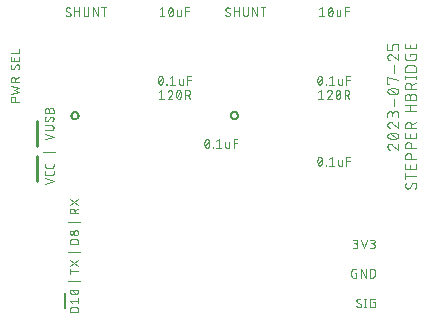
<source format=gbr>
G04 EAGLE Gerber RS-274X export*
G75*
%MOMM*%
%FSLAX34Y34*%
%LPD*%
%INSilkscreen Top*%
%IPPOS*%
%AMOC8*
5,1,8,0,0,1.08239X$1,22.5*%
G01*
G04 Define Apertures*
%ADD10C,0.076200*%
%ADD11C,0.254000*%
%ADD12C,0.203200*%
%ADD13C,0.152400*%
D10*
X286656Y222660D02*
X286590Y222521D01*
X286529Y222382D01*
X286470Y222240D01*
X286416Y222097D01*
X286365Y221953D01*
X286317Y221808D01*
X286274Y221661D01*
X286234Y221513D01*
X286197Y221365D01*
X286165Y221215D01*
X286136Y221065D01*
X286111Y220914D01*
X286090Y220763D01*
X286073Y220611D01*
X286059Y220458D01*
X286050Y220306D01*
X286044Y220153D01*
X286042Y220000D01*
X286655Y222660D02*
X286681Y222730D01*
X286711Y222800D01*
X286744Y222867D01*
X286780Y222933D01*
X286819Y222997D01*
X286862Y223059D01*
X286908Y223118D01*
X286956Y223176D01*
X287007Y223230D01*
X287061Y223283D01*
X287118Y223332D01*
X287177Y223379D01*
X287238Y223422D01*
X287301Y223463D01*
X287366Y223500D01*
X287433Y223535D01*
X287502Y223565D01*
X287572Y223593D01*
X287643Y223616D01*
X287715Y223637D01*
X287788Y223653D01*
X287862Y223666D01*
X287937Y223676D01*
X288012Y223681D01*
X288087Y223683D01*
X288162Y223681D01*
X288237Y223676D01*
X288312Y223666D01*
X288386Y223653D01*
X288459Y223637D01*
X288531Y223616D01*
X288602Y223593D01*
X288672Y223565D01*
X288741Y223535D01*
X288808Y223500D01*
X288873Y223463D01*
X288936Y223422D01*
X288997Y223379D01*
X289056Y223332D01*
X289113Y223283D01*
X289167Y223230D01*
X289218Y223176D01*
X289267Y223118D01*
X289312Y223059D01*
X289355Y222997D01*
X289394Y222933D01*
X289431Y222867D01*
X289463Y222799D01*
X289493Y222730D01*
X289519Y222660D01*
X289520Y222660D02*
X289585Y222522D01*
X289647Y222382D01*
X289705Y222240D01*
X289760Y222097D01*
X289811Y221953D01*
X289859Y221808D01*
X289902Y221661D01*
X289942Y221514D01*
X289979Y221365D01*
X290011Y221215D01*
X290040Y221065D01*
X290065Y220914D01*
X290086Y220763D01*
X290103Y220611D01*
X290117Y220458D01*
X290126Y220306D01*
X290132Y220153D01*
X290134Y220000D01*
X286041Y220000D02*
X286043Y219847D01*
X286049Y219694D01*
X286058Y219541D01*
X286072Y219389D01*
X286089Y219237D01*
X286110Y219086D01*
X286135Y218935D01*
X286164Y218784D01*
X286196Y218635D01*
X286233Y218486D01*
X286273Y218339D01*
X286316Y218192D01*
X286364Y218047D01*
X286415Y217902D01*
X286470Y217760D01*
X286528Y217618D01*
X286590Y217478D01*
X286655Y217340D01*
X286681Y217269D01*
X286711Y217200D01*
X286744Y217133D01*
X286780Y217067D01*
X286819Y217003D01*
X286862Y216941D01*
X286908Y216882D01*
X286956Y216824D01*
X287007Y216770D01*
X287061Y216717D01*
X287118Y216668D01*
X287177Y216621D01*
X287238Y216578D01*
X287301Y216537D01*
X287366Y216500D01*
X287433Y216465D01*
X287502Y216435D01*
X287572Y216407D01*
X287643Y216384D01*
X287715Y216363D01*
X287788Y216347D01*
X287862Y216334D01*
X287937Y216324D01*
X288012Y216319D01*
X288087Y216317D01*
X289519Y217340D02*
X289584Y217478D01*
X289646Y217618D01*
X289704Y217760D01*
X289759Y217903D01*
X289810Y218047D01*
X289858Y218192D01*
X289901Y218339D01*
X289941Y218487D01*
X289978Y218635D01*
X290010Y218785D01*
X290039Y218935D01*
X290064Y219086D01*
X290085Y219237D01*
X290102Y219389D01*
X290116Y219542D01*
X290125Y219694D01*
X290131Y219847D01*
X290133Y220000D01*
X289519Y217340D02*
X289493Y217270D01*
X289463Y217200D01*
X289431Y217133D01*
X289394Y217067D01*
X289355Y217003D01*
X289312Y216941D01*
X289266Y216882D01*
X289218Y216824D01*
X289167Y216770D01*
X289113Y216717D01*
X289056Y216668D01*
X288997Y216621D01*
X288936Y216578D01*
X288873Y216537D01*
X288808Y216500D01*
X288741Y216465D01*
X288672Y216435D01*
X288602Y216407D01*
X288531Y216384D01*
X288459Y216363D01*
X288386Y216347D01*
X288312Y216334D01*
X288237Y216324D01*
X288162Y216319D01*
X288087Y216317D01*
X286451Y217954D02*
X289724Y222046D01*
X293004Y216726D02*
X293004Y216317D01*
X293004Y216726D02*
X293413Y216726D01*
X293413Y216317D01*
X293004Y216317D01*
X296283Y222046D02*
X298329Y223683D01*
X298329Y216317D01*
X296283Y216317D02*
X300375Y216317D01*
X303763Y217545D02*
X303763Y221228D01*
X303763Y217545D02*
X303765Y217476D01*
X303771Y217408D01*
X303780Y217339D01*
X303794Y217272D01*
X303811Y217205D01*
X303832Y217139D01*
X303856Y217075D01*
X303885Y217012D01*
X303916Y216951D01*
X303951Y216892D01*
X303989Y216834D01*
X304031Y216779D01*
X304075Y216727D01*
X304123Y216677D01*
X304173Y216629D01*
X304225Y216585D01*
X304280Y216543D01*
X304338Y216505D01*
X304397Y216470D01*
X304458Y216439D01*
X304521Y216410D01*
X304585Y216386D01*
X304651Y216365D01*
X304718Y216348D01*
X304785Y216334D01*
X304854Y216325D01*
X304922Y216319D01*
X304991Y216317D01*
X307037Y216317D01*
X307037Y221228D01*
X310685Y223683D02*
X310685Y216317D01*
X310685Y223683D02*
X313959Y223683D01*
X313959Y220409D02*
X310685Y220409D01*
X62683Y203003D02*
X55317Y200548D01*
X55317Y205459D02*
X62683Y203003D01*
X62683Y209886D02*
X62683Y211523D01*
X62683Y209886D02*
X62681Y209808D01*
X62676Y209730D01*
X62666Y209653D01*
X62653Y209576D01*
X62637Y209500D01*
X62617Y209425D01*
X62593Y209351D01*
X62566Y209278D01*
X62535Y209206D01*
X62501Y209136D01*
X62464Y209068D01*
X62423Y209001D01*
X62379Y208936D01*
X62333Y208874D01*
X62283Y208814D01*
X62231Y208756D01*
X62176Y208701D01*
X62118Y208649D01*
X62058Y208599D01*
X61996Y208553D01*
X61931Y208509D01*
X61865Y208468D01*
X61796Y208431D01*
X61726Y208397D01*
X61654Y208366D01*
X61581Y208339D01*
X61507Y208315D01*
X61432Y208295D01*
X61356Y208279D01*
X61279Y208266D01*
X61202Y208256D01*
X61124Y208251D01*
X61046Y208249D01*
X56954Y208249D01*
X56874Y208251D01*
X56794Y208257D01*
X56714Y208267D01*
X56635Y208280D01*
X56556Y208298D01*
X56479Y208319D01*
X56403Y208345D01*
X56328Y208374D01*
X56254Y208406D01*
X56182Y208442D01*
X56112Y208482D01*
X56045Y208525D01*
X55979Y208571D01*
X55916Y208621D01*
X55855Y208673D01*
X55796Y208728D01*
X55741Y208787D01*
X55689Y208847D01*
X55639Y208911D01*
X55593Y208976D01*
X55550Y209044D01*
X55510Y209114D01*
X55474Y209186D01*
X55442Y209260D01*
X55413Y209334D01*
X55388Y209411D01*
X55366Y209488D01*
X55348Y209567D01*
X55335Y209646D01*
X55325Y209725D01*
X55319Y209806D01*
X55317Y209886D01*
X55317Y211523D01*
X62683Y215982D02*
X62683Y217619D01*
X62683Y215982D02*
X62681Y215904D01*
X62676Y215826D01*
X62666Y215749D01*
X62653Y215672D01*
X62637Y215596D01*
X62617Y215521D01*
X62593Y215447D01*
X62566Y215374D01*
X62535Y215302D01*
X62501Y215232D01*
X62464Y215164D01*
X62423Y215097D01*
X62379Y215032D01*
X62333Y214970D01*
X62283Y214910D01*
X62231Y214852D01*
X62176Y214797D01*
X62118Y214745D01*
X62058Y214695D01*
X61996Y214649D01*
X61931Y214605D01*
X61865Y214564D01*
X61796Y214527D01*
X61726Y214493D01*
X61654Y214462D01*
X61581Y214435D01*
X61507Y214411D01*
X61432Y214391D01*
X61356Y214375D01*
X61279Y214362D01*
X61202Y214352D01*
X61124Y214347D01*
X61046Y214345D01*
X56954Y214345D01*
X56874Y214347D01*
X56794Y214353D01*
X56714Y214363D01*
X56635Y214376D01*
X56556Y214394D01*
X56479Y214415D01*
X56403Y214441D01*
X56328Y214470D01*
X56254Y214502D01*
X56182Y214538D01*
X56112Y214578D01*
X56045Y214621D01*
X55979Y214667D01*
X55916Y214717D01*
X55855Y214769D01*
X55796Y214824D01*
X55741Y214883D01*
X55689Y214943D01*
X55639Y215007D01*
X55593Y215072D01*
X55550Y215140D01*
X55510Y215210D01*
X55474Y215282D01*
X55442Y215356D01*
X55413Y215430D01*
X55388Y215507D01*
X55366Y215584D01*
X55348Y215663D01*
X55335Y215742D01*
X55325Y215821D01*
X55319Y215902D01*
X55317Y215982D01*
X55317Y217619D01*
X54089Y228000D02*
X63911Y228000D01*
X62683Y240836D02*
X55317Y238381D01*
X55317Y243292D02*
X62683Y240836D01*
X60637Y246349D02*
X55317Y246349D01*
X60637Y246349D02*
X60726Y246351D01*
X60815Y246357D01*
X60904Y246367D01*
X60992Y246380D01*
X61080Y246397D01*
X61167Y246419D01*
X61252Y246444D01*
X61337Y246472D01*
X61420Y246505D01*
X61502Y246541D01*
X61582Y246580D01*
X61660Y246623D01*
X61736Y246669D01*
X61811Y246719D01*
X61883Y246772D01*
X61952Y246828D01*
X62019Y246887D01*
X62084Y246948D01*
X62145Y247013D01*
X62204Y247080D01*
X62260Y247149D01*
X62313Y247221D01*
X62363Y247296D01*
X62409Y247372D01*
X62452Y247450D01*
X62491Y247530D01*
X62527Y247612D01*
X62560Y247695D01*
X62588Y247780D01*
X62613Y247865D01*
X62635Y247952D01*
X62652Y248040D01*
X62665Y248128D01*
X62675Y248217D01*
X62681Y248306D01*
X62683Y248395D01*
X62681Y248484D01*
X62675Y248573D01*
X62665Y248662D01*
X62652Y248750D01*
X62635Y248838D01*
X62613Y248925D01*
X62588Y249010D01*
X62560Y249095D01*
X62527Y249178D01*
X62491Y249260D01*
X62452Y249340D01*
X62409Y249418D01*
X62363Y249494D01*
X62313Y249569D01*
X62260Y249641D01*
X62204Y249710D01*
X62145Y249777D01*
X62084Y249842D01*
X62019Y249903D01*
X61952Y249962D01*
X61883Y250018D01*
X61811Y250071D01*
X61736Y250121D01*
X61660Y250167D01*
X61582Y250210D01*
X61502Y250249D01*
X61420Y250285D01*
X61337Y250318D01*
X61252Y250346D01*
X61167Y250371D01*
X61080Y250393D01*
X60992Y250410D01*
X60904Y250423D01*
X60815Y250433D01*
X60726Y250439D01*
X60637Y250441D01*
X55317Y250441D01*
X61046Y257757D02*
X61124Y257755D01*
X61202Y257750D01*
X61279Y257740D01*
X61356Y257727D01*
X61432Y257711D01*
X61507Y257691D01*
X61581Y257667D01*
X61654Y257640D01*
X61726Y257609D01*
X61796Y257575D01*
X61865Y257538D01*
X61931Y257497D01*
X61996Y257453D01*
X62058Y257407D01*
X62118Y257357D01*
X62176Y257305D01*
X62231Y257250D01*
X62283Y257192D01*
X62333Y257132D01*
X62379Y257070D01*
X62423Y257005D01*
X62464Y256939D01*
X62501Y256870D01*
X62535Y256800D01*
X62566Y256728D01*
X62593Y256655D01*
X62617Y256581D01*
X62637Y256506D01*
X62653Y256430D01*
X62666Y256353D01*
X62676Y256276D01*
X62681Y256198D01*
X62683Y256120D01*
X62681Y256006D01*
X62676Y255893D01*
X62666Y255779D01*
X62653Y255666D01*
X62636Y255554D01*
X62616Y255442D01*
X62592Y255331D01*
X62564Y255220D01*
X62533Y255111D01*
X62498Y255003D01*
X62459Y254896D01*
X62417Y254790D01*
X62372Y254686D01*
X62323Y254583D01*
X62270Y254482D01*
X62215Y254383D01*
X62156Y254285D01*
X62094Y254190D01*
X62029Y254097D01*
X61961Y254005D01*
X61890Y253917D01*
X61816Y253830D01*
X61739Y253746D01*
X61660Y253665D01*
X56954Y253869D02*
X56876Y253871D01*
X56798Y253876D01*
X56721Y253886D01*
X56644Y253899D01*
X56568Y253915D01*
X56493Y253935D01*
X56419Y253959D01*
X56346Y253986D01*
X56274Y254017D01*
X56204Y254051D01*
X56136Y254088D01*
X56069Y254129D01*
X56004Y254173D01*
X55942Y254219D01*
X55882Y254269D01*
X55824Y254321D01*
X55769Y254376D01*
X55717Y254434D01*
X55667Y254494D01*
X55621Y254556D01*
X55577Y254621D01*
X55536Y254688D01*
X55499Y254756D01*
X55465Y254826D01*
X55434Y254898D01*
X55407Y254971D01*
X55383Y255045D01*
X55363Y255120D01*
X55347Y255196D01*
X55334Y255273D01*
X55324Y255350D01*
X55319Y255428D01*
X55317Y255506D01*
X55319Y255616D01*
X55325Y255725D01*
X55335Y255835D01*
X55348Y255943D01*
X55366Y256052D01*
X55387Y256159D01*
X55413Y256266D01*
X55442Y256372D01*
X55474Y256477D01*
X55511Y256580D01*
X55551Y256682D01*
X55595Y256783D01*
X55643Y256882D01*
X55693Y256979D01*
X55748Y257074D01*
X55806Y257167D01*
X55867Y257258D01*
X55931Y257347D01*
X58386Y254687D02*
X58344Y254621D01*
X58300Y254556D01*
X58252Y254494D01*
X58202Y254434D01*
X58149Y254376D01*
X58093Y254321D01*
X58035Y254268D01*
X57974Y254219D01*
X57911Y254172D01*
X57846Y254128D01*
X57779Y254088D01*
X57710Y254051D01*
X57639Y254017D01*
X57567Y253986D01*
X57493Y253959D01*
X57418Y253935D01*
X57343Y253915D01*
X57266Y253899D01*
X57189Y253886D01*
X57111Y253876D01*
X57032Y253871D01*
X56954Y253869D01*
X59613Y256938D02*
X59655Y257005D01*
X59699Y257070D01*
X59747Y257132D01*
X59797Y257192D01*
X59850Y257250D01*
X59906Y257305D01*
X59965Y257357D01*
X60025Y257407D01*
X60089Y257454D01*
X60154Y257497D01*
X60221Y257538D01*
X60290Y257575D01*
X60361Y257609D01*
X60433Y257640D01*
X60507Y257667D01*
X60581Y257691D01*
X60657Y257711D01*
X60734Y257727D01*
X60811Y257740D01*
X60889Y257750D01*
X60968Y257755D01*
X61046Y257757D01*
X59614Y256938D02*
X58386Y254687D01*
X58591Y261097D02*
X58591Y263143D01*
X58593Y263232D01*
X58599Y263321D01*
X58609Y263410D01*
X58622Y263498D01*
X58639Y263586D01*
X58661Y263673D01*
X58686Y263758D01*
X58714Y263843D01*
X58747Y263926D01*
X58783Y264008D01*
X58822Y264088D01*
X58865Y264166D01*
X58911Y264242D01*
X58961Y264317D01*
X59014Y264389D01*
X59070Y264458D01*
X59129Y264525D01*
X59190Y264590D01*
X59255Y264651D01*
X59322Y264710D01*
X59391Y264766D01*
X59463Y264819D01*
X59538Y264869D01*
X59614Y264915D01*
X59692Y264958D01*
X59772Y264997D01*
X59854Y265033D01*
X59937Y265066D01*
X60022Y265094D01*
X60107Y265119D01*
X60194Y265141D01*
X60282Y265158D01*
X60370Y265171D01*
X60459Y265181D01*
X60548Y265187D01*
X60637Y265189D01*
X60726Y265187D01*
X60815Y265181D01*
X60904Y265171D01*
X60992Y265158D01*
X61080Y265141D01*
X61167Y265119D01*
X61252Y265094D01*
X61337Y265066D01*
X61420Y265033D01*
X61502Y264997D01*
X61582Y264958D01*
X61660Y264915D01*
X61736Y264869D01*
X61811Y264819D01*
X61883Y264766D01*
X61952Y264710D01*
X62019Y264651D01*
X62084Y264590D01*
X62145Y264525D01*
X62204Y264458D01*
X62260Y264389D01*
X62313Y264317D01*
X62363Y264242D01*
X62409Y264166D01*
X62452Y264088D01*
X62491Y264008D01*
X62527Y263926D01*
X62560Y263843D01*
X62588Y263758D01*
X62613Y263673D01*
X62635Y263586D01*
X62652Y263498D01*
X62665Y263410D01*
X62675Y263321D01*
X62681Y263232D01*
X62683Y263143D01*
X62683Y261097D01*
X55317Y261097D01*
X55317Y263143D01*
X55319Y263222D01*
X55325Y263301D01*
X55334Y263380D01*
X55347Y263458D01*
X55365Y263535D01*
X55385Y263611D01*
X55410Y263686D01*
X55438Y263760D01*
X55469Y263833D01*
X55505Y263904D01*
X55543Y263973D01*
X55585Y264040D01*
X55630Y264105D01*
X55678Y264168D01*
X55729Y264229D01*
X55783Y264286D01*
X55839Y264342D01*
X55898Y264394D01*
X55960Y264444D01*
X56024Y264490D01*
X56090Y264534D01*
X56158Y264574D01*
X56228Y264610D01*
X56300Y264644D01*
X56374Y264674D01*
X56448Y264700D01*
X56524Y264723D01*
X56601Y264741D01*
X56678Y264757D01*
X56757Y264768D01*
X56835Y264776D01*
X56914Y264780D01*
X56994Y264780D01*
X57073Y264776D01*
X57151Y264768D01*
X57230Y264757D01*
X57307Y264741D01*
X57384Y264723D01*
X57460Y264700D01*
X57534Y264674D01*
X57608Y264644D01*
X57680Y264610D01*
X57750Y264574D01*
X57818Y264534D01*
X57884Y264490D01*
X57948Y264444D01*
X58010Y264394D01*
X58069Y264342D01*
X58125Y264286D01*
X58179Y264229D01*
X58230Y264168D01*
X58278Y264105D01*
X58323Y264040D01*
X58365Y263973D01*
X58403Y263904D01*
X58439Y263833D01*
X58470Y263760D01*
X58498Y263686D01*
X58523Y263611D01*
X58543Y263535D01*
X58561Y263458D01*
X58574Y263380D01*
X58583Y263301D01*
X58589Y263222D01*
X58591Y263143D01*
D11*
X49000Y254000D02*
X49000Y233000D01*
X49000Y224000D02*
X49000Y203000D01*
D10*
X33683Y270381D02*
X26317Y270381D01*
X26317Y272427D01*
X26319Y272516D01*
X26325Y272605D01*
X26335Y272694D01*
X26348Y272782D01*
X26365Y272870D01*
X26387Y272957D01*
X26412Y273042D01*
X26440Y273127D01*
X26473Y273210D01*
X26509Y273292D01*
X26548Y273372D01*
X26591Y273450D01*
X26637Y273526D01*
X26687Y273601D01*
X26740Y273673D01*
X26796Y273742D01*
X26855Y273809D01*
X26916Y273874D01*
X26981Y273935D01*
X27048Y273994D01*
X27117Y274050D01*
X27189Y274103D01*
X27264Y274153D01*
X27340Y274199D01*
X27418Y274242D01*
X27498Y274281D01*
X27580Y274317D01*
X27663Y274350D01*
X27748Y274378D01*
X27833Y274403D01*
X27920Y274425D01*
X28008Y274442D01*
X28096Y274455D01*
X28185Y274465D01*
X28274Y274471D01*
X28363Y274473D01*
X28452Y274471D01*
X28541Y274465D01*
X28630Y274455D01*
X28718Y274442D01*
X28806Y274425D01*
X28893Y274403D01*
X28978Y274378D01*
X29063Y274350D01*
X29146Y274317D01*
X29228Y274281D01*
X29308Y274242D01*
X29386Y274199D01*
X29462Y274153D01*
X29537Y274103D01*
X29609Y274050D01*
X29678Y273994D01*
X29745Y273935D01*
X29810Y273874D01*
X29871Y273809D01*
X29930Y273742D01*
X29986Y273673D01*
X30039Y273601D01*
X30089Y273526D01*
X30135Y273450D01*
X30178Y273372D01*
X30217Y273292D01*
X30253Y273210D01*
X30286Y273127D01*
X30314Y273042D01*
X30339Y272957D01*
X30361Y272870D01*
X30378Y272782D01*
X30391Y272694D01*
X30401Y272605D01*
X30407Y272516D01*
X30409Y272427D01*
X30409Y270381D01*
X26317Y277082D02*
X33683Y278719D01*
X28772Y280356D01*
X33683Y281993D01*
X26317Y283630D01*
X26317Y286896D02*
X33683Y286896D01*
X26317Y286896D02*
X26317Y288942D01*
X26319Y289031D01*
X26325Y289120D01*
X26335Y289209D01*
X26348Y289297D01*
X26365Y289385D01*
X26387Y289472D01*
X26412Y289557D01*
X26440Y289642D01*
X26473Y289725D01*
X26509Y289807D01*
X26548Y289887D01*
X26591Y289965D01*
X26637Y290041D01*
X26687Y290116D01*
X26740Y290188D01*
X26796Y290257D01*
X26855Y290324D01*
X26916Y290389D01*
X26981Y290450D01*
X27048Y290509D01*
X27117Y290565D01*
X27189Y290618D01*
X27264Y290668D01*
X27340Y290714D01*
X27418Y290757D01*
X27498Y290796D01*
X27580Y290832D01*
X27663Y290865D01*
X27748Y290893D01*
X27833Y290918D01*
X27920Y290940D01*
X28008Y290957D01*
X28096Y290970D01*
X28185Y290980D01*
X28274Y290986D01*
X28363Y290988D01*
X28452Y290986D01*
X28541Y290980D01*
X28630Y290970D01*
X28718Y290957D01*
X28806Y290940D01*
X28893Y290918D01*
X28978Y290893D01*
X29063Y290865D01*
X29146Y290832D01*
X29228Y290796D01*
X29308Y290757D01*
X29386Y290714D01*
X29462Y290668D01*
X29537Y290618D01*
X29609Y290565D01*
X29678Y290509D01*
X29745Y290450D01*
X29810Y290389D01*
X29871Y290324D01*
X29930Y290257D01*
X29986Y290188D01*
X30039Y290116D01*
X30089Y290041D01*
X30135Y289965D01*
X30178Y289887D01*
X30217Y289807D01*
X30253Y289725D01*
X30286Y289642D01*
X30314Y289557D01*
X30339Y289472D01*
X30361Y289385D01*
X30378Y289297D01*
X30391Y289209D01*
X30401Y289120D01*
X30407Y289031D01*
X30409Y288942D01*
X30409Y286896D01*
X30409Y289351D02*
X33683Y290988D01*
X33683Y300273D02*
X33681Y300351D01*
X33676Y300429D01*
X33666Y300506D01*
X33653Y300583D01*
X33637Y300659D01*
X33617Y300734D01*
X33593Y300808D01*
X33566Y300881D01*
X33535Y300953D01*
X33501Y301023D01*
X33464Y301092D01*
X33423Y301158D01*
X33379Y301223D01*
X33333Y301285D01*
X33283Y301345D01*
X33231Y301403D01*
X33176Y301458D01*
X33118Y301510D01*
X33058Y301560D01*
X32996Y301606D01*
X32931Y301650D01*
X32865Y301691D01*
X32796Y301728D01*
X32726Y301762D01*
X32654Y301793D01*
X32581Y301820D01*
X32507Y301844D01*
X32432Y301864D01*
X32356Y301880D01*
X32279Y301893D01*
X32202Y301903D01*
X32124Y301908D01*
X32046Y301910D01*
X33683Y300273D02*
X33681Y300159D01*
X33676Y300046D01*
X33666Y299932D01*
X33653Y299819D01*
X33636Y299707D01*
X33616Y299595D01*
X33592Y299484D01*
X33564Y299373D01*
X33533Y299264D01*
X33498Y299156D01*
X33459Y299049D01*
X33417Y298943D01*
X33372Y298839D01*
X33323Y298736D01*
X33270Y298635D01*
X33215Y298536D01*
X33156Y298438D01*
X33094Y298343D01*
X33029Y298250D01*
X32961Y298158D01*
X32890Y298070D01*
X32816Y297983D01*
X32739Y297899D01*
X32660Y297818D01*
X27954Y298022D02*
X27876Y298024D01*
X27798Y298029D01*
X27721Y298039D01*
X27644Y298052D01*
X27568Y298068D01*
X27493Y298088D01*
X27419Y298112D01*
X27346Y298139D01*
X27274Y298170D01*
X27204Y298204D01*
X27135Y298241D01*
X27069Y298282D01*
X27004Y298326D01*
X26942Y298372D01*
X26882Y298422D01*
X26824Y298474D01*
X26769Y298529D01*
X26717Y298587D01*
X26667Y298647D01*
X26621Y298709D01*
X26577Y298774D01*
X26536Y298841D01*
X26499Y298909D01*
X26465Y298979D01*
X26434Y299051D01*
X26407Y299124D01*
X26383Y299198D01*
X26363Y299273D01*
X26347Y299349D01*
X26334Y299426D01*
X26324Y299503D01*
X26319Y299581D01*
X26317Y299659D01*
X26319Y299769D01*
X26325Y299878D01*
X26335Y299988D01*
X26348Y300096D01*
X26366Y300205D01*
X26387Y300312D01*
X26413Y300419D01*
X26442Y300525D01*
X26474Y300630D01*
X26511Y300733D01*
X26551Y300835D01*
X26595Y300936D01*
X26643Y301035D01*
X26693Y301132D01*
X26748Y301227D01*
X26806Y301320D01*
X26867Y301411D01*
X26931Y301500D01*
X29386Y298840D02*
X29344Y298774D01*
X29300Y298709D01*
X29252Y298647D01*
X29202Y298587D01*
X29149Y298529D01*
X29093Y298474D01*
X29035Y298421D01*
X28974Y298372D01*
X28911Y298325D01*
X28846Y298281D01*
X28779Y298241D01*
X28710Y298204D01*
X28639Y298170D01*
X28567Y298139D01*
X28493Y298112D01*
X28418Y298088D01*
X28343Y298068D01*
X28266Y298052D01*
X28189Y298039D01*
X28111Y298029D01*
X28032Y298024D01*
X27954Y298022D01*
X30613Y301091D02*
X30655Y301158D01*
X30699Y301223D01*
X30747Y301285D01*
X30797Y301345D01*
X30850Y301403D01*
X30906Y301458D01*
X30965Y301510D01*
X31025Y301560D01*
X31089Y301607D01*
X31154Y301650D01*
X31221Y301691D01*
X31290Y301728D01*
X31361Y301762D01*
X31433Y301793D01*
X31507Y301820D01*
X31581Y301844D01*
X31657Y301864D01*
X31734Y301880D01*
X31811Y301893D01*
X31889Y301903D01*
X31968Y301908D01*
X32046Y301910D01*
X30614Y301091D02*
X29386Y298840D01*
X33683Y305148D02*
X33683Y308422D01*
X33683Y305148D02*
X26317Y305148D01*
X26317Y308422D01*
X29591Y307603D02*
X29591Y305148D01*
X26317Y311488D02*
X33683Y311488D01*
X33683Y314762D01*
X287504Y348546D02*
X289551Y350183D01*
X289551Y342817D01*
X291597Y342817D02*
X287504Y342817D01*
X294820Y346500D02*
X294822Y346653D01*
X294828Y346806D01*
X294837Y346958D01*
X294851Y347111D01*
X294868Y347263D01*
X294889Y347414D01*
X294914Y347565D01*
X294943Y347715D01*
X294975Y347865D01*
X295012Y348013D01*
X295052Y348161D01*
X295095Y348308D01*
X295143Y348453D01*
X295194Y348597D01*
X295248Y348740D01*
X295307Y348882D01*
X295368Y349021D01*
X295434Y349160D01*
X295460Y349230D01*
X295490Y349300D01*
X295523Y349367D01*
X295559Y349433D01*
X295598Y349497D01*
X295641Y349559D01*
X295687Y349618D01*
X295735Y349676D01*
X295786Y349730D01*
X295840Y349783D01*
X295897Y349832D01*
X295956Y349879D01*
X296017Y349922D01*
X296080Y349963D01*
X296145Y350000D01*
X296212Y350035D01*
X296281Y350065D01*
X296351Y350093D01*
X296422Y350116D01*
X296494Y350137D01*
X296567Y350153D01*
X296641Y350166D01*
X296716Y350176D01*
X296791Y350181D01*
X296866Y350183D01*
X296941Y350181D01*
X297016Y350176D01*
X297091Y350166D01*
X297165Y350153D01*
X297238Y350137D01*
X297310Y350116D01*
X297381Y350093D01*
X297451Y350065D01*
X297520Y350035D01*
X297587Y350000D01*
X297652Y349963D01*
X297715Y349922D01*
X297776Y349879D01*
X297835Y349832D01*
X297892Y349783D01*
X297946Y349730D01*
X297997Y349676D01*
X298046Y349618D01*
X298091Y349559D01*
X298134Y349497D01*
X298173Y349433D01*
X298210Y349367D01*
X298242Y349299D01*
X298272Y349230D01*
X298298Y349160D01*
X298363Y349022D01*
X298425Y348882D01*
X298483Y348740D01*
X298538Y348597D01*
X298589Y348453D01*
X298637Y348308D01*
X298680Y348161D01*
X298720Y348014D01*
X298757Y347865D01*
X298789Y347715D01*
X298818Y347565D01*
X298843Y347414D01*
X298864Y347263D01*
X298881Y347111D01*
X298895Y346958D01*
X298904Y346806D01*
X298910Y346653D01*
X298912Y346500D01*
X294819Y346500D02*
X294821Y346347D01*
X294827Y346194D01*
X294836Y346041D01*
X294850Y345889D01*
X294867Y345737D01*
X294888Y345586D01*
X294913Y345435D01*
X294942Y345284D01*
X294974Y345135D01*
X295011Y344986D01*
X295051Y344839D01*
X295094Y344692D01*
X295142Y344547D01*
X295193Y344402D01*
X295248Y344260D01*
X295306Y344118D01*
X295368Y343978D01*
X295433Y343840D01*
X295434Y343840D02*
X295460Y343769D01*
X295490Y343700D01*
X295523Y343633D01*
X295559Y343567D01*
X295598Y343503D01*
X295641Y343441D01*
X295687Y343382D01*
X295735Y343324D01*
X295786Y343270D01*
X295840Y343217D01*
X295897Y343168D01*
X295956Y343121D01*
X296017Y343078D01*
X296080Y343037D01*
X296145Y343000D01*
X296212Y342965D01*
X296281Y342935D01*
X296351Y342907D01*
X296422Y342884D01*
X296494Y342863D01*
X296567Y342847D01*
X296641Y342834D01*
X296716Y342824D01*
X296791Y342819D01*
X296866Y342817D01*
X298298Y343840D02*
X298363Y343978D01*
X298425Y344118D01*
X298483Y344260D01*
X298538Y344403D01*
X298589Y344547D01*
X298637Y344692D01*
X298680Y344839D01*
X298720Y344987D01*
X298757Y345135D01*
X298789Y345285D01*
X298818Y345435D01*
X298843Y345586D01*
X298864Y345737D01*
X298881Y345889D01*
X298895Y346042D01*
X298904Y346194D01*
X298910Y346347D01*
X298912Y346500D01*
X298298Y343840D02*
X298272Y343770D01*
X298242Y343700D01*
X298210Y343633D01*
X298173Y343567D01*
X298134Y343503D01*
X298091Y343441D01*
X298045Y343382D01*
X297997Y343324D01*
X297946Y343270D01*
X297892Y343217D01*
X297835Y343168D01*
X297776Y343121D01*
X297715Y343078D01*
X297652Y343037D01*
X297587Y343000D01*
X297520Y342965D01*
X297451Y342935D01*
X297381Y342907D01*
X297310Y342884D01*
X297238Y342863D01*
X297165Y342847D01*
X297091Y342834D01*
X297016Y342824D01*
X296941Y342819D01*
X296866Y342817D01*
X295229Y344454D02*
X298503Y348546D01*
X302300Y347728D02*
X302300Y344045D01*
X302302Y343976D01*
X302308Y343908D01*
X302317Y343839D01*
X302331Y343772D01*
X302348Y343705D01*
X302369Y343639D01*
X302393Y343575D01*
X302422Y343512D01*
X302453Y343451D01*
X302488Y343392D01*
X302526Y343334D01*
X302568Y343279D01*
X302612Y343227D01*
X302660Y343177D01*
X302710Y343129D01*
X302762Y343085D01*
X302817Y343043D01*
X302875Y343005D01*
X302934Y342970D01*
X302995Y342939D01*
X303058Y342910D01*
X303122Y342886D01*
X303188Y342865D01*
X303255Y342848D01*
X303322Y342834D01*
X303391Y342825D01*
X303459Y342819D01*
X303528Y342817D01*
X305574Y342817D01*
X305574Y347728D01*
X309222Y350183D02*
X309222Y342817D01*
X309222Y350183D02*
X312496Y350183D01*
X312496Y346909D02*
X309222Y346909D01*
X212050Y344454D02*
X212048Y344376D01*
X212043Y344298D01*
X212033Y344221D01*
X212020Y344144D01*
X212004Y344068D01*
X211984Y343993D01*
X211960Y343919D01*
X211933Y343846D01*
X211902Y343774D01*
X211868Y343704D01*
X211831Y343636D01*
X211790Y343569D01*
X211746Y343504D01*
X211700Y343442D01*
X211650Y343382D01*
X211598Y343324D01*
X211543Y343269D01*
X211485Y343217D01*
X211425Y343167D01*
X211363Y343121D01*
X211298Y343077D01*
X211232Y343036D01*
X211163Y342999D01*
X211093Y342965D01*
X211021Y342934D01*
X210948Y342907D01*
X210874Y342883D01*
X210799Y342863D01*
X210723Y342847D01*
X210646Y342834D01*
X210569Y342824D01*
X210491Y342819D01*
X210413Y342817D01*
X210299Y342819D01*
X210186Y342824D01*
X210072Y342834D01*
X209959Y342847D01*
X209847Y342864D01*
X209735Y342884D01*
X209624Y342908D01*
X209513Y342936D01*
X209404Y342967D01*
X209296Y343002D01*
X209189Y343041D01*
X209083Y343083D01*
X208979Y343128D01*
X208876Y343177D01*
X208775Y343230D01*
X208676Y343285D01*
X208578Y343344D01*
X208483Y343406D01*
X208390Y343471D01*
X208298Y343539D01*
X208210Y343610D01*
X208123Y343684D01*
X208039Y343761D01*
X207958Y343840D01*
X208162Y348546D02*
X208164Y348624D01*
X208169Y348702D01*
X208179Y348779D01*
X208192Y348856D01*
X208208Y348932D01*
X208228Y349007D01*
X208252Y349081D01*
X208279Y349154D01*
X208310Y349226D01*
X208344Y349296D01*
X208381Y349365D01*
X208422Y349431D01*
X208466Y349496D01*
X208512Y349558D01*
X208562Y349618D01*
X208614Y349676D01*
X208669Y349731D01*
X208727Y349783D01*
X208787Y349833D01*
X208849Y349879D01*
X208914Y349923D01*
X208981Y349964D01*
X209049Y350001D01*
X209119Y350035D01*
X209191Y350066D01*
X209264Y350093D01*
X209338Y350117D01*
X209413Y350137D01*
X209489Y350153D01*
X209566Y350166D01*
X209643Y350176D01*
X209721Y350181D01*
X209799Y350183D01*
X209909Y350181D01*
X210018Y350175D01*
X210128Y350165D01*
X210236Y350152D01*
X210345Y350134D01*
X210452Y350113D01*
X210559Y350087D01*
X210665Y350058D01*
X210770Y350026D01*
X210873Y349989D01*
X210975Y349949D01*
X211076Y349905D01*
X211175Y349857D01*
X211272Y349807D01*
X211367Y349752D01*
X211460Y349694D01*
X211551Y349633D01*
X211640Y349569D01*
X208981Y347113D02*
X208914Y347155D01*
X208849Y347199D01*
X208787Y347247D01*
X208727Y347297D01*
X208669Y347350D01*
X208614Y347406D01*
X208562Y347465D01*
X208512Y347525D01*
X208465Y347589D01*
X208422Y347654D01*
X208381Y347721D01*
X208344Y347790D01*
X208310Y347861D01*
X208279Y347933D01*
X208252Y348007D01*
X208228Y348081D01*
X208208Y348157D01*
X208192Y348234D01*
X208179Y348311D01*
X208169Y348389D01*
X208164Y348468D01*
X208162Y348546D01*
X211232Y345886D02*
X211298Y345844D01*
X211363Y345800D01*
X211425Y345753D01*
X211485Y345702D01*
X211543Y345649D01*
X211598Y345593D01*
X211651Y345535D01*
X211700Y345474D01*
X211747Y345411D01*
X211790Y345346D01*
X211831Y345279D01*
X211868Y345210D01*
X211902Y345139D01*
X211933Y345067D01*
X211960Y344993D01*
X211984Y344918D01*
X212004Y344843D01*
X212020Y344766D01*
X212033Y344689D01*
X212043Y344611D01*
X212048Y344532D01*
X212050Y344454D01*
X211232Y345886D02*
X208981Y347114D01*
X215273Y350183D02*
X215273Y342817D01*
X215273Y346909D02*
X219365Y346909D01*
X219365Y350183D02*
X219365Y342817D01*
X223076Y344863D02*
X223076Y350183D01*
X223076Y344863D02*
X223078Y344774D01*
X223084Y344685D01*
X223094Y344596D01*
X223107Y344508D01*
X223124Y344420D01*
X223146Y344333D01*
X223171Y344248D01*
X223199Y344163D01*
X223232Y344080D01*
X223268Y343998D01*
X223307Y343918D01*
X223350Y343840D01*
X223396Y343764D01*
X223446Y343689D01*
X223499Y343617D01*
X223555Y343548D01*
X223614Y343481D01*
X223675Y343416D01*
X223740Y343355D01*
X223807Y343296D01*
X223876Y343240D01*
X223948Y343187D01*
X224023Y343137D01*
X224099Y343091D01*
X224177Y343048D01*
X224257Y343009D01*
X224339Y342973D01*
X224422Y342940D01*
X224507Y342912D01*
X224592Y342887D01*
X224679Y342865D01*
X224767Y342848D01*
X224855Y342835D01*
X224944Y342825D01*
X225033Y342819D01*
X225122Y342817D01*
X225211Y342819D01*
X225300Y342825D01*
X225389Y342835D01*
X225477Y342848D01*
X225565Y342865D01*
X225652Y342887D01*
X225737Y342912D01*
X225822Y342940D01*
X225905Y342973D01*
X225987Y343009D01*
X226067Y343048D01*
X226145Y343091D01*
X226221Y343137D01*
X226296Y343187D01*
X226368Y343240D01*
X226437Y343296D01*
X226504Y343355D01*
X226569Y343416D01*
X226630Y343481D01*
X226689Y343548D01*
X226745Y343617D01*
X226798Y343689D01*
X226848Y343764D01*
X226894Y343840D01*
X226937Y343918D01*
X226976Y343998D01*
X227012Y344080D01*
X227045Y344163D01*
X227073Y344248D01*
X227098Y344333D01*
X227120Y344420D01*
X227137Y344508D01*
X227150Y344596D01*
X227160Y344685D01*
X227166Y344774D01*
X227168Y344863D01*
X227168Y350183D01*
X230879Y350183D02*
X230879Y342817D01*
X234971Y342817D02*
X230879Y350183D01*
X234971Y350183D02*
X234971Y342817D01*
X239996Y342817D02*
X239996Y350183D01*
X237950Y350183D02*
X242042Y350183D01*
X315896Y146317D02*
X317943Y146317D01*
X318032Y146319D01*
X318121Y146325D01*
X318210Y146335D01*
X318298Y146348D01*
X318386Y146365D01*
X318473Y146387D01*
X318558Y146412D01*
X318643Y146440D01*
X318726Y146473D01*
X318808Y146509D01*
X318888Y146548D01*
X318966Y146591D01*
X319042Y146637D01*
X319117Y146687D01*
X319189Y146740D01*
X319258Y146796D01*
X319325Y146855D01*
X319390Y146916D01*
X319451Y146981D01*
X319510Y147048D01*
X319566Y147117D01*
X319619Y147189D01*
X319669Y147264D01*
X319715Y147340D01*
X319758Y147418D01*
X319797Y147498D01*
X319833Y147580D01*
X319866Y147663D01*
X319894Y147748D01*
X319919Y147833D01*
X319941Y147920D01*
X319958Y148008D01*
X319971Y148096D01*
X319981Y148185D01*
X319987Y148274D01*
X319989Y148363D01*
X319987Y148452D01*
X319981Y148541D01*
X319971Y148630D01*
X319958Y148718D01*
X319941Y148806D01*
X319919Y148893D01*
X319894Y148978D01*
X319866Y149063D01*
X319833Y149146D01*
X319797Y149228D01*
X319758Y149308D01*
X319715Y149386D01*
X319669Y149462D01*
X319619Y149537D01*
X319566Y149609D01*
X319510Y149678D01*
X319451Y149745D01*
X319390Y149810D01*
X319325Y149871D01*
X319258Y149930D01*
X319189Y149986D01*
X319117Y150039D01*
X319042Y150089D01*
X318966Y150135D01*
X318888Y150178D01*
X318808Y150217D01*
X318726Y150253D01*
X318643Y150286D01*
X318558Y150314D01*
X318473Y150339D01*
X318386Y150361D01*
X318298Y150378D01*
X318210Y150391D01*
X318121Y150401D01*
X318032Y150407D01*
X317943Y150409D01*
X318352Y153683D02*
X315896Y153683D01*
X318352Y153683D02*
X318431Y153681D01*
X318510Y153675D01*
X318589Y153666D01*
X318667Y153653D01*
X318744Y153635D01*
X318820Y153615D01*
X318895Y153590D01*
X318969Y153562D01*
X319042Y153531D01*
X319113Y153495D01*
X319182Y153457D01*
X319249Y153415D01*
X319314Y153370D01*
X319377Y153322D01*
X319438Y153271D01*
X319495Y153217D01*
X319551Y153161D01*
X319603Y153102D01*
X319653Y153040D01*
X319699Y152976D01*
X319743Y152910D01*
X319783Y152842D01*
X319819Y152772D01*
X319853Y152700D01*
X319883Y152626D01*
X319909Y152552D01*
X319932Y152476D01*
X319950Y152399D01*
X319966Y152322D01*
X319977Y152243D01*
X319985Y152165D01*
X319989Y152086D01*
X319989Y152006D01*
X319985Y151927D01*
X319977Y151849D01*
X319966Y151770D01*
X319950Y151693D01*
X319932Y151616D01*
X319909Y151540D01*
X319883Y151466D01*
X319853Y151392D01*
X319819Y151320D01*
X319783Y151250D01*
X319743Y151182D01*
X319699Y151116D01*
X319653Y151052D01*
X319603Y150990D01*
X319551Y150931D01*
X319495Y150875D01*
X319438Y150821D01*
X319377Y150770D01*
X319314Y150722D01*
X319249Y150677D01*
X319182Y150635D01*
X319113Y150597D01*
X319042Y150561D01*
X318969Y150530D01*
X318895Y150502D01*
X318820Y150477D01*
X318744Y150457D01*
X318667Y150439D01*
X318589Y150426D01*
X318510Y150417D01*
X318431Y150411D01*
X318352Y150409D01*
X316715Y150409D01*
X322802Y153683D02*
X325258Y146317D01*
X327713Y153683D01*
X330527Y146317D02*
X332573Y146317D01*
X332662Y146319D01*
X332751Y146325D01*
X332840Y146335D01*
X332928Y146348D01*
X333016Y146365D01*
X333103Y146387D01*
X333188Y146412D01*
X333273Y146440D01*
X333356Y146473D01*
X333438Y146509D01*
X333518Y146548D01*
X333596Y146591D01*
X333672Y146637D01*
X333747Y146687D01*
X333819Y146740D01*
X333888Y146796D01*
X333955Y146855D01*
X334020Y146916D01*
X334081Y146981D01*
X334140Y147048D01*
X334196Y147117D01*
X334249Y147189D01*
X334299Y147264D01*
X334345Y147340D01*
X334388Y147418D01*
X334427Y147498D01*
X334463Y147580D01*
X334496Y147663D01*
X334524Y147748D01*
X334549Y147833D01*
X334571Y147920D01*
X334588Y148008D01*
X334601Y148096D01*
X334611Y148185D01*
X334617Y148274D01*
X334619Y148363D01*
X334617Y148452D01*
X334611Y148541D01*
X334601Y148630D01*
X334588Y148718D01*
X334571Y148806D01*
X334549Y148893D01*
X334524Y148978D01*
X334496Y149063D01*
X334463Y149146D01*
X334427Y149228D01*
X334388Y149308D01*
X334345Y149386D01*
X334299Y149462D01*
X334249Y149537D01*
X334196Y149609D01*
X334140Y149678D01*
X334081Y149745D01*
X334020Y149810D01*
X333955Y149871D01*
X333888Y149930D01*
X333819Y149986D01*
X333747Y150039D01*
X333672Y150089D01*
X333596Y150135D01*
X333518Y150178D01*
X333438Y150217D01*
X333356Y150253D01*
X333273Y150286D01*
X333188Y150314D01*
X333103Y150339D01*
X333016Y150361D01*
X332928Y150378D01*
X332840Y150391D01*
X332751Y150401D01*
X332662Y150407D01*
X332573Y150409D01*
X332982Y153683D02*
X330527Y153683D01*
X332982Y153683D02*
X333061Y153681D01*
X333140Y153675D01*
X333219Y153666D01*
X333297Y153653D01*
X333374Y153635D01*
X333450Y153615D01*
X333525Y153590D01*
X333599Y153562D01*
X333672Y153531D01*
X333743Y153495D01*
X333812Y153457D01*
X333879Y153415D01*
X333944Y153370D01*
X334007Y153322D01*
X334068Y153271D01*
X334125Y153217D01*
X334181Y153161D01*
X334233Y153102D01*
X334283Y153040D01*
X334329Y152976D01*
X334373Y152910D01*
X334413Y152842D01*
X334449Y152772D01*
X334483Y152700D01*
X334513Y152626D01*
X334539Y152552D01*
X334562Y152476D01*
X334580Y152399D01*
X334596Y152322D01*
X334607Y152243D01*
X334615Y152165D01*
X334619Y152086D01*
X334619Y152006D01*
X334615Y151927D01*
X334607Y151849D01*
X334596Y151770D01*
X334580Y151693D01*
X334562Y151616D01*
X334539Y151540D01*
X334513Y151466D01*
X334483Y151392D01*
X334449Y151320D01*
X334413Y151250D01*
X334373Y151182D01*
X334329Y151116D01*
X334283Y151052D01*
X334233Y150990D01*
X334181Y150931D01*
X334125Y150875D01*
X334068Y150821D01*
X334007Y150770D01*
X333944Y150722D01*
X333879Y150677D01*
X333812Y150635D01*
X333743Y150597D01*
X333672Y150561D01*
X333599Y150530D01*
X333525Y150502D01*
X333450Y150477D01*
X333374Y150457D01*
X333297Y150439D01*
X333219Y150426D01*
X333140Y150417D01*
X333061Y150411D01*
X332982Y150409D01*
X331345Y150409D01*
X319013Y125409D02*
X317786Y125409D01*
X319013Y125409D02*
X319013Y121317D01*
X316558Y121317D01*
X316480Y121319D01*
X316402Y121324D01*
X316325Y121334D01*
X316248Y121347D01*
X316172Y121363D01*
X316097Y121383D01*
X316023Y121407D01*
X315950Y121434D01*
X315878Y121465D01*
X315808Y121499D01*
X315740Y121536D01*
X315673Y121577D01*
X315608Y121621D01*
X315546Y121667D01*
X315486Y121717D01*
X315428Y121769D01*
X315373Y121824D01*
X315321Y121882D01*
X315271Y121942D01*
X315225Y122004D01*
X315181Y122069D01*
X315140Y122136D01*
X315103Y122204D01*
X315069Y122274D01*
X315038Y122346D01*
X315011Y122419D01*
X314987Y122493D01*
X314967Y122568D01*
X314951Y122644D01*
X314938Y122721D01*
X314928Y122798D01*
X314923Y122876D01*
X314921Y122954D01*
X314921Y127046D01*
X314923Y127126D01*
X314929Y127206D01*
X314939Y127286D01*
X314952Y127365D01*
X314970Y127444D01*
X314991Y127521D01*
X315017Y127597D01*
X315046Y127672D01*
X315078Y127746D01*
X315114Y127818D01*
X315154Y127888D01*
X315197Y127955D01*
X315243Y128021D01*
X315293Y128084D01*
X315345Y128145D01*
X315400Y128204D01*
X315459Y128259D01*
X315519Y128311D01*
X315583Y128361D01*
X315649Y128407D01*
X315716Y128450D01*
X315786Y128490D01*
X315858Y128526D01*
X315932Y128558D01*
X316006Y128587D01*
X316083Y128613D01*
X316160Y128634D01*
X316239Y128652D01*
X316318Y128665D01*
X316398Y128675D01*
X316478Y128681D01*
X316558Y128683D01*
X319013Y128683D01*
X322724Y128683D02*
X322724Y121317D01*
X326816Y121317D02*
X322724Y128683D01*
X326816Y128683D02*
X326816Y121317D01*
X330527Y121317D02*
X330527Y128683D01*
X332573Y128683D01*
X332662Y128681D01*
X332751Y128675D01*
X332840Y128665D01*
X332928Y128652D01*
X333016Y128635D01*
X333103Y128613D01*
X333188Y128588D01*
X333273Y128560D01*
X333356Y128527D01*
X333438Y128491D01*
X333518Y128452D01*
X333596Y128409D01*
X333672Y128363D01*
X333747Y128313D01*
X333819Y128260D01*
X333888Y128204D01*
X333955Y128145D01*
X334020Y128084D01*
X334081Y128019D01*
X334140Y127952D01*
X334196Y127883D01*
X334249Y127811D01*
X334299Y127736D01*
X334345Y127660D01*
X334388Y127582D01*
X334427Y127502D01*
X334463Y127420D01*
X334496Y127337D01*
X334524Y127252D01*
X334549Y127167D01*
X334571Y127080D01*
X334588Y126992D01*
X334601Y126904D01*
X334611Y126815D01*
X334617Y126726D01*
X334619Y126637D01*
X334619Y123363D01*
X334617Y123274D01*
X334611Y123185D01*
X334601Y123096D01*
X334588Y123008D01*
X334571Y122920D01*
X334549Y122833D01*
X334524Y122748D01*
X334496Y122663D01*
X334463Y122580D01*
X334427Y122498D01*
X334388Y122418D01*
X334345Y122340D01*
X334299Y122264D01*
X334249Y122189D01*
X334196Y122117D01*
X334140Y122048D01*
X334081Y121981D01*
X334020Y121916D01*
X333955Y121855D01*
X333888Y121796D01*
X333819Y121740D01*
X333747Y121687D01*
X333672Y121637D01*
X333596Y121591D01*
X333518Y121548D01*
X333438Y121509D01*
X333356Y121473D01*
X333273Y121440D01*
X333188Y121412D01*
X333103Y121387D01*
X333016Y121365D01*
X332928Y121348D01*
X332840Y121335D01*
X332751Y121325D01*
X332662Y121319D01*
X332573Y121317D01*
X330527Y121317D01*
X322915Y97954D02*
X322913Y97876D01*
X322908Y97798D01*
X322898Y97721D01*
X322885Y97644D01*
X322869Y97568D01*
X322849Y97493D01*
X322825Y97419D01*
X322798Y97346D01*
X322767Y97274D01*
X322733Y97204D01*
X322696Y97136D01*
X322655Y97069D01*
X322611Y97004D01*
X322565Y96942D01*
X322515Y96882D01*
X322463Y96824D01*
X322408Y96769D01*
X322350Y96717D01*
X322290Y96667D01*
X322228Y96621D01*
X322163Y96577D01*
X322097Y96536D01*
X322028Y96499D01*
X321958Y96465D01*
X321886Y96434D01*
X321813Y96407D01*
X321739Y96383D01*
X321664Y96363D01*
X321588Y96347D01*
X321511Y96334D01*
X321434Y96324D01*
X321356Y96319D01*
X321278Y96317D01*
X321164Y96319D01*
X321051Y96324D01*
X320937Y96334D01*
X320824Y96347D01*
X320712Y96364D01*
X320600Y96384D01*
X320489Y96408D01*
X320378Y96436D01*
X320269Y96467D01*
X320161Y96502D01*
X320054Y96541D01*
X319948Y96583D01*
X319844Y96628D01*
X319741Y96677D01*
X319640Y96730D01*
X319541Y96785D01*
X319443Y96844D01*
X319348Y96906D01*
X319255Y96971D01*
X319163Y97039D01*
X319075Y97110D01*
X318988Y97184D01*
X318904Y97261D01*
X318823Y97340D01*
X319027Y102046D02*
X319029Y102124D01*
X319034Y102202D01*
X319044Y102279D01*
X319057Y102356D01*
X319073Y102432D01*
X319093Y102507D01*
X319117Y102581D01*
X319144Y102654D01*
X319175Y102726D01*
X319209Y102796D01*
X319246Y102865D01*
X319287Y102931D01*
X319331Y102996D01*
X319377Y103058D01*
X319427Y103118D01*
X319479Y103176D01*
X319534Y103231D01*
X319592Y103283D01*
X319652Y103333D01*
X319714Y103379D01*
X319779Y103423D01*
X319846Y103464D01*
X319914Y103501D01*
X319984Y103535D01*
X320056Y103566D01*
X320129Y103593D01*
X320203Y103617D01*
X320278Y103637D01*
X320354Y103653D01*
X320431Y103666D01*
X320508Y103676D01*
X320586Y103681D01*
X320664Y103683D01*
X320774Y103681D01*
X320883Y103675D01*
X320993Y103665D01*
X321101Y103652D01*
X321210Y103634D01*
X321317Y103613D01*
X321424Y103587D01*
X321530Y103558D01*
X321635Y103526D01*
X321738Y103489D01*
X321840Y103449D01*
X321941Y103405D01*
X322040Y103357D01*
X322137Y103307D01*
X322232Y103252D01*
X322325Y103194D01*
X322416Y103133D01*
X322505Y103069D01*
X319846Y100613D02*
X319779Y100655D01*
X319714Y100699D01*
X319652Y100747D01*
X319592Y100797D01*
X319534Y100850D01*
X319479Y100906D01*
X319427Y100965D01*
X319377Y101025D01*
X319330Y101089D01*
X319287Y101154D01*
X319246Y101221D01*
X319209Y101290D01*
X319175Y101361D01*
X319144Y101433D01*
X319117Y101507D01*
X319093Y101581D01*
X319073Y101657D01*
X319057Y101734D01*
X319044Y101811D01*
X319034Y101889D01*
X319029Y101968D01*
X319027Y102046D01*
X322096Y99386D02*
X322162Y99344D01*
X322227Y99300D01*
X322289Y99253D01*
X322349Y99202D01*
X322407Y99149D01*
X322462Y99093D01*
X322515Y99035D01*
X322564Y98974D01*
X322611Y98911D01*
X322654Y98846D01*
X322695Y98779D01*
X322732Y98710D01*
X322766Y98639D01*
X322797Y98567D01*
X322824Y98493D01*
X322848Y98418D01*
X322868Y98343D01*
X322884Y98266D01*
X322897Y98189D01*
X322907Y98111D01*
X322912Y98032D01*
X322914Y97954D01*
X322096Y99386D02*
X319846Y100614D01*
X326477Y103683D02*
X326477Y96317D01*
X327295Y96317D02*
X325658Y96317D01*
X325658Y103683D02*
X327295Y103683D01*
X333391Y100409D02*
X334619Y100409D01*
X334619Y96317D01*
X332164Y96317D01*
X332086Y96319D01*
X332008Y96324D01*
X331931Y96334D01*
X331854Y96347D01*
X331778Y96363D01*
X331703Y96383D01*
X331629Y96407D01*
X331556Y96434D01*
X331484Y96465D01*
X331414Y96499D01*
X331346Y96536D01*
X331279Y96577D01*
X331214Y96621D01*
X331152Y96667D01*
X331092Y96717D01*
X331034Y96769D01*
X330979Y96824D01*
X330927Y96882D01*
X330877Y96942D01*
X330831Y97004D01*
X330787Y97069D01*
X330746Y97136D01*
X330709Y97204D01*
X330675Y97274D01*
X330644Y97346D01*
X330617Y97419D01*
X330593Y97493D01*
X330573Y97568D01*
X330557Y97644D01*
X330544Y97721D01*
X330534Y97798D01*
X330529Y97876D01*
X330527Y97954D01*
X330527Y102046D01*
X330529Y102126D01*
X330535Y102206D01*
X330545Y102286D01*
X330558Y102365D01*
X330576Y102444D01*
X330597Y102521D01*
X330623Y102597D01*
X330652Y102672D01*
X330684Y102746D01*
X330720Y102818D01*
X330760Y102888D01*
X330803Y102955D01*
X330849Y103021D01*
X330899Y103084D01*
X330951Y103145D01*
X331006Y103204D01*
X331065Y103259D01*
X331125Y103311D01*
X331189Y103361D01*
X331255Y103407D01*
X331322Y103450D01*
X331392Y103490D01*
X331464Y103526D01*
X331538Y103558D01*
X331612Y103587D01*
X331689Y103613D01*
X331766Y103634D01*
X331845Y103652D01*
X331924Y103665D01*
X332004Y103675D01*
X332084Y103681D01*
X332164Y103683D01*
X334619Y103683D01*
X77050Y344454D02*
X77048Y344376D01*
X77043Y344298D01*
X77033Y344221D01*
X77020Y344144D01*
X77004Y344068D01*
X76984Y343993D01*
X76960Y343919D01*
X76933Y343846D01*
X76902Y343774D01*
X76868Y343704D01*
X76831Y343636D01*
X76790Y343569D01*
X76746Y343504D01*
X76700Y343442D01*
X76650Y343382D01*
X76598Y343324D01*
X76543Y343269D01*
X76485Y343217D01*
X76425Y343167D01*
X76363Y343121D01*
X76298Y343077D01*
X76232Y343036D01*
X76163Y342999D01*
X76093Y342965D01*
X76021Y342934D01*
X75948Y342907D01*
X75874Y342883D01*
X75799Y342863D01*
X75723Y342847D01*
X75646Y342834D01*
X75569Y342824D01*
X75491Y342819D01*
X75413Y342817D01*
X75299Y342819D01*
X75186Y342824D01*
X75072Y342834D01*
X74959Y342847D01*
X74847Y342864D01*
X74735Y342884D01*
X74624Y342908D01*
X74513Y342936D01*
X74404Y342967D01*
X74296Y343002D01*
X74189Y343041D01*
X74083Y343083D01*
X73979Y343128D01*
X73876Y343177D01*
X73775Y343230D01*
X73676Y343285D01*
X73578Y343344D01*
X73483Y343406D01*
X73390Y343471D01*
X73298Y343539D01*
X73210Y343610D01*
X73123Y343684D01*
X73039Y343761D01*
X72958Y343840D01*
X73162Y348546D02*
X73164Y348624D01*
X73169Y348702D01*
X73179Y348779D01*
X73192Y348856D01*
X73208Y348932D01*
X73228Y349007D01*
X73252Y349081D01*
X73279Y349154D01*
X73310Y349226D01*
X73344Y349296D01*
X73381Y349365D01*
X73422Y349431D01*
X73466Y349496D01*
X73512Y349558D01*
X73562Y349618D01*
X73614Y349676D01*
X73669Y349731D01*
X73727Y349783D01*
X73787Y349833D01*
X73849Y349879D01*
X73914Y349923D01*
X73981Y349964D01*
X74049Y350001D01*
X74119Y350035D01*
X74191Y350066D01*
X74264Y350093D01*
X74338Y350117D01*
X74413Y350137D01*
X74489Y350153D01*
X74566Y350166D01*
X74643Y350176D01*
X74721Y350181D01*
X74799Y350183D01*
X74909Y350181D01*
X75018Y350175D01*
X75128Y350165D01*
X75236Y350152D01*
X75345Y350134D01*
X75452Y350113D01*
X75559Y350087D01*
X75665Y350058D01*
X75770Y350026D01*
X75873Y349989D01*
X75975Y349949D01*
X76076Y349905D01*
X76175Y349857D01*
X76272Y349807D01*
X76367Y349752D01*
X76460Y349694D01*
X76551Y349633D01*
X76640Y349569D01*
X73981Y347113D02*
X73914Y347155D01*
X73849Y347199D01*
X73787Y347247D01*
X73727Y347297D01*
X73669Y347350D01*
X73614Y347406D01*
X73562Y347465D01*
X73512Y347525D01*
X73465Y347589D01*
X73422Y347654D01*
X73381Y347721D01*
X73344Y347790D01*
X73310Y347861D01*
X73279Y347933D01*
X73252Y348007D01*
X73228Y348081D01*
X73208Y348157D01*
X73192Y348234D01*
X73179Y348311D01*
X73169Y348389D01*
X73164Y348468D01*
X73162Y348546D01*
X76232Y345886D02*
X76298Y345844D01*
X76363Y345800D01*
X76425Y345753D01*
X76485Y345702D01*
X76543Y345649D01*
X76598Y345593D01*
X76651Y345535D01*
X76700Y345474D01*
X76747Y345411D01*
X76790Y345346D01*
X76831Y345279D01*
X76868Y345210D01*
X76902Y345139D01*
X76933Y345067D01*
X76960Y344993D01*
X76984Y344918D01*
X77004Y344843D01*
X77020Y344766D01*
X77033Y344689D01*
X77043Y344611D01*
X77048Y344532D01*
X77050Y344454D01*
X76232Y345886D02*
X73981Y347114D01*
X80273Y350183D02*
X80273Y342817D01*
X80273Y346909D02*
X84365Y346909D01*
X84365Y350183D02*
X84365Y342817D01*
X88076Y344863D02*
X88076Y350183D01*
X88076Y344863D02*
X88078Y344774D01*
X88084Y344685D01*
X88094Y344596D01*
X88107Y344508D01*
X88124Y344420D01*
X88146Y344333D01*
X88171Y344248D01*
X88199Y344163D01*
X88232Y344080D01*
X88268Y343998D01*
X88307Y343918D01*
X88350Y343840D01*
X88396Y343764D01*
X88446Y343689D01*
X88499Y343617D01*
X88555Y343548D01*
X88614Y343481D01*
X88675Y343416D01*
X88740Y343355D01*
X88807Y343296D01*
X88876Y343240D01*
X88948Y343187D01*
X89023Y343137D01*
X89099Y343091D01*
X89177Y343048D01*
X89257Y343009D01*
X89339Y342973D01*
X89422Y342940D01*
X89507Y342912D01*
X89592Y342887D01*
X89679Y342865D01*
X89767Y342848D01*
X89855Y342835D01*
X89944Y342825D01*
X90033Y342819D01*
X90122Y342817D01*
X90211Y342819D01*
X90300Y342825D01*
X90389Y342835D01*
X90477Y342848D01*
X90565Y342865D01*
X90652Y342887D01*
X90737Y342912D01*
X90822Y342940D01*
X90905Y342973D01*
X90987Y343009D01*
X91067Y343048D01*
X91145Y343091D01*
X91221Y343137D01*
X91296Y343187D01*
X91368Y343240D01*
X91437Y343296D01*
X91504Y343355D01*
X91569Y343416D01*
X91630Y343481D01*
X91689Y343548D01*
X91745Y343617D01*
X91798Y343689D01*
X91848Y343764D01*
X91894Y343840D01*
X91937Y343918D01*
X91976Y343998D01*
X92012Y344080D01*
X92045Y344163D01*
X92073Y344248D01*
X92098Y344333D01*
X92120Y344420D01*
X92137Y344508D01*
X92150Y344596D01*
X92160Y344685D01*
X92166Y344774D01*
X92168Y344863D01*
X92168Y350183D01*
X95879Y350183D02*
X95879Y342817D01*
X99971Y342817D02*
X95879Y350183D01*
X99971Y350183D02*
X99971Y342817D01*
X104996Y342817D02*
X104996Y350183D01*
X102950Y350183D02*
X107042Y350183D01*
X152504Y348546D02*
X154551Y350183D01*
X154551Y342817D01*
X156597Y342817D02*
X152504Y342817D01*
X159820Y346500D02*
X159822Y346653D01*
X159828Y346806D01*
X159837Y346958D01*
X159851Y347111D01*
X159868Y347263D01*
X159889Y347414D01*
X159914Y347565D01*
X159943Y347715D01*
X159975Y347865D01*
X160012Y348013D01*
X160052Y348161D01*
X160095Y348308D01*
X160143Y348453D01*
X160194Y348597D01*
X160248Y348740D01*
X160307Y348882D01*
X160368Y349021D01*
X160434Y349160D01*
X160460Y349230D01*
X160490Y349300D01*
X160523Y349367D01*
X160559Y349433D01*
X160598Y349497D01*
X160641Y349559D01*
X160687Y349618D01*
X160735Y349676D01*
X160786Y349730D01*
X160840Y349783D01*
X160897Y349832D01*
X160956Y349879D01*
X161017Y349922D01*
X161080Y349963D01*
X161145Y350000D01*
X161212Y350035D01*
X161281Y350065D01*
X161351Y350093D01*
X161422Y350116D01*
X161494Y350137D01*
X161567Y350153D01*
X161641Y350166D01*
X161716Y350176D01*
X161791Y350181D01*
X161866Y350183D01*
X161941Y350181D01*
X162016Y350176D01*
X162091Y350166D01*
X162165Y350153D01*
X162238Y350137D01*
X162310Y350116D01*
X162381Y350093D01*
X162451Y350065D01*
X162520Y350035D01*
X162587Y350000D01*
X162652Y349963D01*
X162715Y349922D01*
X162776Y349879D01*
X162835Y349832D01*
X162892Y349783D01*
X162946Y349730D01*
X162997Y349676D01*
X163046Y349618D01*
X163091Y349559D01*
X163134Y349497D01*
X163173Y349433D01*
X163210Y349367D01*
X163242Y349299D01*
X163272Y349230D01*
X163298Y349160D01*
X163363Y349022D01*
X163425Y348882D01*
X163483Y348740D01*
X163538Y348597D01*
X163589Y348453D01*
X163637Y348308D01*
X163680Y348161D01*
X163720Y348014D01*
X163757Y347865D01*
X163789Y347715D01*
X163818Y347565D01*
X163843Y347414D01*
X163864Y347263D01*
X163881Y347111D01*
X163895Y346958D01*
X163904Y346806D01*
X163910Y346653D01*
X163912Y346500D01*
X159819Y346500D02*
X159821Y346347D01*
X159827Y346194D01*
X159836Y346041D01*
X159850Y345889D01*
X159867Y345737D01*
X159888Y345586D01*
X159913Y345435D01*
X159942Y345284D01*
X159974Y345135D01*
X160011Y344986D01*
X160051Y344839D01*
X160094Y344692D01*
X160142Y344547D01*
X160193Y344402D01*
X160248Y344260D01*
X160306Y344118D01*
X160368Y343978D01*
X160433Y343840D01*
X160434Y343840D02*
X160460Y343769D01*
X160490Y343700D01*
X160523Y343633D01*
X160559Y343567D01*
X160598Y343503D01*
X160641Y343441D01*
X160687Y343382D01*
X160735Y343324D01*
X160786Y343270D01*
X160840Y343217D01*
X160897Y343168D01*
X160956Y343121D01*
X161017Y343078D01*
X161080Y343037D01*
X161145Y343000D01*
X161212Y342965D01*
X161281Y342935D01*
X161351Y342907D01*
X161422Y342884D01*
X161494Y342863D01*
X161567Y342847D01*
X161641Y342834D01*
X161716Y342824D01*
X161791Y342819D01*
X161866Y342817D01*
X163298Y343840D02*
X163363Y343978D01*
X163425Y344118D01*
X163483Y344260D01*
X163538Y344403D01*
X163589Y344547D01*
X163637Y344692D01*
X163680Y344839D01*
X163720Y344987D01*
X163757Y345135D01*
X163789Y345285D01*
X163818Y345435D01*
X163843Y345586D01*
X163864Y345737D01*
X163881Y345889D01*
X163895Y346042D01*
X163904Y346194D01*
X163910Y346347D01*
X163912Y346500D01*
X163298Y343840D02*
X163272Y343770D01*
X163242Y343700D01*
X163210Y343633D01*
X163173Y343567D01*
X163134Y343503D01*
X163091Y343441D01*
X163045Y343382D01*
X162997Y343324D01*
X162946Y343270D01*
X162892Y343217D01*
X162835Y343168D01*
X162776Y343121D01*
X162715Y343078D01*
X162652Y343037D01*
X162587Y343000D01*
X162520Y342965D01*
X162451Y342935D01*
X162381Y342907D01*
X162310Y342884D01*
X162238Y342863D01*
X162165Y342847D01*
X162091Y342834D01*
X162016Y342824D01*
X161941Y342819D01*
X161866Y342817D01*
X160229Y344454D02*
X163503Y348546D01*
X167300Y347728D02*
X167300Y344045D01*
X167302Y343976D01*
X167308Y343908D01*
X167317Y343839D01*
X167331Y343772D01*
X167348Y343705D01*
X167369Y343639D01*
X167393Y343575D01*
X167422Y343512D01*
X167453Y343451D01*
X167488Y343392D01*
X167526Y343334D01*
X167568Y343279D01*
X167612Y343227D01*
X167660Y343177D01*
X167710Y343129D01*
X167762Y343085D01*
X167817Y343043D01*
X167875Y343005D01*
X167934Y342970D01*
X167995Y342939D01*
X168058Y342910D01*
X168122Y342886D01*
X168188Y342865D01*
X168255Y342848D01*
X168322Y342834D01*
X168391Y342825D01*
X168459Y342819D01*
X168528Y342817D01*
X170574Y342817D01*
X170574Y347728D01*
X174222Y350183D02*
X174222Y342817D01*
X174222Y350183D02*
X177496Y350183D01*
X177496Y346909D02*
X174222Y346909D01*
X151656Y291160D02*
X151590Y291021D01*
X151529Y290882D01*
X151470Y290740D01*
X151416Y290597D01*
X151365Y290453D01*
X151317Y290308D01*
X151274Y290161D01*
X151234Y290013D01*
X151197Y289865D01*
X151165Y289715D01*
X151136Y289565D01*
X151111Y289414D01*
X151090Y289263D01*
X151073Y289111D01*
X151059Y288958D01*
X151050Y288806D01*
X151044Y288653D01*
X151042Y288500D01*
X151655Y291160D02*
X151681Y291230D01*
X151711Y291300D01*
X151744Y291367D01*
X151780Y291433D01*
X151819Y291497D01*
X151862Y291559D01*
X151908Y291618D01*
X151956Y291676D01*
X152007Y291730D01*
X152061Y291783D01*
X152118Y291832D01*
X152177Y291879D01*
X152238Y291922D01*
X152301Y291963D01*
X152366Y292000D01*
X152433Y292035D01*
X152502Y292065D01*
X152572Y292093D01*
X152643Y292116D01*
X152715Y292137D01*
X152788Y292153D01*
X152862Y292166D01*
X152937Y292176D01*
X153012Y292181D01*
X153087Y292183D01*
X153162Y292181D01*
X153237Y292176D01*
X153312Y292166D01*
X153386Y292153D01*
X153459Y292137D01*
X153531Y292116D01*
X153602Y292093D01*
X153672Y292065D01*
X153741Y292035D01*
X153808Y292000D01*
X153873Y291963D01*
X153936Y291922D01*
X153997Y291879D01*
X154056Y291832D01*
X154113Y291783D01*
X154167Y291730D01*
X154218Y291676D01*
X154267Y291618D01*
X154312Y291559D01*
X154355Y291497D01*
X154394Y291433D01*
X154431Y291367D01*
X154463Y291299D01*
X154493Y291230D01*
X154519Y291160D01*
X154520Y291160D02*
X154585Y291022D01*
X154647Y290882D01*
X154705Y290740D01*
X154760Y290597D01*
X154811Y290453D01*
X154859Y290308D01*
X154902Y290161D01*
X154942Y290014D01*
X154979Y289865D01*
X155011Y289715D01*
X155040Y289565D01*
X155065Y289414D01*
X155086Y289263D01*
X155103Y289111D01*
X155117Y288958D01*
X155126Y288806D01*
X155132Y288653D01*
X155134Y288500D01*
X151041Y288500D02*
X151043Y288347D01*
X151049Y288194D01*
X151058Y288041D01*
X151072Y287889D01*
X151089Y287737D01*
X151110Y287586D01*
X151135Y287435D01*
X151164Y287284D01*
X151196Y287135D01*
X151233Y286986D01*
X151273Y286839D01*
X151316Y286692D01*
X151364Y286547D01*
X151415Y286402D01*
X151470Y286260D01*
X151528Y286118D01*
X151590Y285978D01*
X151655Y285840D01*
X151681Y285769D01*
X151711Y285700D01*
X151744Y285633D01*
X151780Y285567D01*
X151819Y285503D01*
X151862Y285441D01*
X151908Y285382D01*
X151956Y285324D01*
X152007Y285270D01*
X152061Y285217D01*
X152118Y285168D01*
X152177Y285121D01*
X152238Y285078D01*
X152301Y285037D01*
X152366Y285000D01*
X152433Y284965D01*
X152502Y284935D01*
X152572Y284907D01*
X152643Y284884D01*
X152715Y284863D01*
X152788Y284847D01*
X152862Y284834D01*
X152937Y284824D01*
X153012Y284819D01*
X153087Y284817D01*
X154519Y285840D02*
X154584Y285978D01*
X154646Y286118D01*
X154704Y286260D01*
X154759Y286403D01*
X154810Y286547D01*
X154858Y286692D01*
X154901Y286839D01*
X154941Y286987D01*
X154978Y287135D01*
X155010Y287285D01*
X155039Y287435D01*
X155064Y287586D01*
X155085Y287737D01*
X155102Y287889D01*
X155116Y288042D01*
X155125Y288194D01*
X155131Y288347D01*
X155133Y288500D01*
X154519Y285840D02*
X154493Y285770D01*
X154463Y285700D01*
X154431Y285633D01*
X154394Y285567D01*
X154355Y285503D01*
X154312Y285441D01*
X154266Y285382D01*
X154218Y285324D01*
X154167Y285270D01*
X154113Y285217D01*
X154056Y285168D01*
X153997Y285121D01*
X153936Y285078D01*
X153873Y285037D01*
X153808Y285000D01*
X153741Y284965D01*
X153672Y284935D01*
X153602Y284907D01*
X153531Y284884D01*
X153459Y284863D01*
X153386Y284847D01*
X153312Y284834D01*
X153237Y284824D01*
X153162Y284819D01*
X153087Y284817D01*
X151451Y286454D02*
X154724Y290546D01*
X158004Y285226D02*
X158004Y284817D01*
X158004Y285226D02*
X158413Y285226D01*
X158413Y284817D01*
X158004Y284817D01*
X161283Y290546D02*
X163329Y292183D01*
X163329Y284817D01*
X161283Y284817D02*
X165375Y284817D01*
X168763Y286045D02*
X168763Y289728D01*
X168763Y286045D02*
X168765Y285976D01*
X168771Y285908D01*
X168780Y285839D01*
X168794Y285772D01*
X168811Y285705D01*
X168832Y285639D01*
X168856Y285575D01*
X168885Y285512D01*
X168916Y285451D01*
X168951Y285392D01*
X168989Y285334D01*
X169031Y285279D01*
X169075Y285227D01*
X169123Y285177D01*
X169173Y285129D01*
X169225Y285085D01*
X169280Y285043D01*
X169338Y285005D01*
X169397Y284970D01*
X169458Y284939D01*
X169521Y284910D01*
X169585Y284886D01*
X169651Y284865D01*
X169718Y284848D01*
X169785Y284834D01*
X169854Y284825D01*
X169922Y284819D01*
X169991Y284817D01*
X172037Y284817D01*
X172037Y289728D01*
X175685Y292183D02*
X175685Y284817D01*
X175685Y292183D02*
X178959Y292183D01*
X178959Y288909D02*
X175685Y288909D01*
X153880Y280183D02*
X151834Y278546D01*
X153880Y280183D02*
X153880Y272817D01*
X151834Y272817D02*
X155926Y272817D01*
X163242Y278342D02*
X163240Y278427D01*
X163234Y278512D01*
X163224Y278596D01*
X163211Y278680D01*
X163193Y278764D01*
X163172Y278846D01*
X163147Y278927D01*
X163118Y279007D01*
X163085Y279086D01*
X163049Y279163D01*
X163009Y279238D01*
X162966Y279312D01*
X162920Y279383D01*
X162870Y279452D01*
X162817Y279519D01*
X162761Y279583D01*
X162702Y279644D01*
X162641Y279703D01*
X162577Y279759D01*
X162510Y279812D01*
X162441Y279862D01*
X162370Y279908D01*
X162296Y279951D01*
X162221Y279991D01*
X162144Y280027D01*
X162065Y280060D01*
X161985Y280089D01*
X161904Y280114D01*
X161822Y280135D01*
X161738Y280153D01*
X161654Y280166D01*
X161570Y280176D01*
X161485Y280182D01*
X161400Y280184D01*
X161400Y280183D02*
X161304Y280181D01*
X161208Y280175D01*
X161113Y280165D01*
X161018Y280152D01*
X160923Y280134D01*
X160830Y280113D01*
X160737Y280088D01*
X160646Y280059D01*
X160555Y280027D01*
X160466Y279991D01*
X160379Y279951D01*
X160293Y279908D01*
X160209Y279862D01*
X160127Y279812D01*
X160047Y279758D01*
X159970Y279702D01*
X159895Y279642D01*
X159822Y279580D01*
X159752Y279514D01*
X159684Y279446D01*
X159619Y279375D01*
X159558Y279302D01*
X159499Y279226D01*
X159443Y279147D01*
X159391Y279067D01*
X159342Y278984D01*
X159296Y278900D01*
X159254Y278814D01*
X159216Y278726D01*
X159181Y278637D01*
X159149Y278546D01*
X162627Y276910D02*
X162687Y276969D01*
X162744Y277031D01*
X162799Y277095D01*
X162850Y277162D01*
X162899Y277231D01*
X162945Y277301D01*
X162988Y277374D01*
X163028Y277448D01*
X163064Y277524D01*
X163097Y277602D01*
X163127Y277681D01*
X163154Y277761D01*
X163177Y277842D01*
X163196Y277924D01*
X163212Y278006D01*
X163225Y278090D01*
X163234Y278174D01*
X163239Y278258D01*
X163241Y278342D01*
X162627Y276909D02*
X159149Y272817D01*
X163241Y272817D01*
X166464Y276500D02*
X166466Y276653D01*
X166472Y276806D01*
X166481Y276958D01*
X166495Y277111D01*
X166512Y277263D01*
X166533Y277414D01*
X166558Y277565D01*
X166587Y277715D01*
X166619Y277865D01*
X166656Y278013D01*
X166696Y278161D01*
X166739Y278308D01*
X166787Y278453D01*
X166838Y278597D01*
X166892Y278740D01*
X166951Y278882D01*
X167012Y279021D01*
X167078Y279160D01*
X167104Y279230D01*
X167134Y279300D01*
X167167Y279367D01*
X167203Y279433D01*
X167242Y279497D01*
X167285Y279559D01*
X167331Y279618D01*
X167379Y279676D01*
X167430Y279730D01*
X167484Y279783D01*
X167541Y279832D01*
X167600Y279879D01*
X167661Y279922D01*
X167724Y279963D01*
X167789Y280000D01*
X167856Y280035D01*
X167925Y280065D01*
X167995Y280093D01*
X168066Y280116D01*
X168138Y280137D01*
X168211Y280153D01*
X168285Y280166D01*
X168360Y280176D01*
X168435Y280181D01*
X168510Y280183D01*
X168585Y280181D01*
X168660Y280176D01*
X168735Y280166D01*
X168809Y280153D01*
X168882Y280137D01*
X168954Y280116D01*
X169025Y280093D01*
X169095Y280065D01*
X169164Y280035D01*
X169231Y280000D01*
X169296Y279963D01*
X169359Y279922D01*
X169420Y279879D01*
X169479Y279832D01*
X169536Y279783D01*
X169590Y279730D01*
X169641Y279676D01*
X169690Y279618D01*
X169735Y279559D01*
X169778Y279497D01*
X169817Y279433D01*
X169854Y279367D01*
X169886Y279299D01*
X169916Y279230D01*
X169942Y279160D01*
X170007Y279022D01*
X170069Y278882D01*
X170127Y278740D01*
X170182Y278597D01*
X170233Y278453D01*
X170281Y278308D01*
X170324Y278161D01*
X170364Y278014D01*
X170401Y277865D01*
X170433Y277715D01*
X170462Y277565D01*
X170487Y277414D01*
X170508Y277263D01*
X170525Y277111D01*
X170539Y276958D01*
X170548Y276806D01*
X170554Y276653D01*
X170556Y276500D01*
X166464Y276500D02*
X166466Y276347D01*
X166472Y276194D01*
X166481Y276041D01*
X166495Y275889D01*
X166512Y275737D01*
X166533Y275586D01*
X166558Y275435D01*
X166587Y275284D01*
X166619Y275135D01*
X166656Y274986D01*
X166696Y274839D01*
X166739Y274692D01*
X166787Y274547D01*
X166838Y274402D01*
X166893Y274260D01*
X166951Y274118D01*
X167013Y273978D01*
X167078Y273840D01*
X167104Y273769D01*
X167134Y273700D01*
X167167Y273633D01*
X167203Y273567D01*
X167242Y273503D01*
X167285Y273441D01*
X167331Y273382D01*
X167379Y273324D01*
X167430Y273270D01*
X167484Y273217D01*
X167541Y273168D01*
X167600Y273121D01*
X167661Y273078D01*
X167724Y273037D01*
X167789Y273000D01*
X167856Y272965D01*
X167925Y272935D01*
X167995Y272907D01*
X168066Y272884D01*
X168138Y272863D01*
X168211Y272847D01*
X168285Y272834D01*
X168360Y272824D01*
X168435Y272819D01*
X168510Y272817D01*
X169942Y273840D02*
X170007Y273978D01*
X170069Y274118D01*
X170127Y274260D01*
X170182Y274403D01*
X170233Y274547D01*
X170281Y274692D01*
X170324Y274839D01*
X170364Y274987D01*
X170401Y275135D01*
X170433Y275285D01*
X170462Y275435D01*
X170487Y275586D01*
X170508Y275737D01*
X170525Y275889D01*
X170539Y276042D01*
X170548Y276194D01*
X170554Y276347D01*
X170556Y276500D01*
X169942Y273840D02*
X169916Y273770D01*
X169886Y273700D01*
X169854Y273633D01*
X169817Y273567D01*
X169778Y273503D01*
X169735Y273441D01*
X169689Y273382D01*
X169641Y273324D01*
X169590Y273270D01*
X169536Y273217D01*
X169479Y273168D01*
X169420Y273121D01*
X169359Y273078D01*
X169296Y273037D01*
X169231Y273000D01*
X169164Y272965D01*
X169095Y272935D01*
X169025Y272907D01*
X168954Y272884D01*
X168882Y272863D01*
X168809Y272847D01*
X168735Y272834D01*
X168660Y272824D01*
X168585Y272819D01*
X168510Y272817D01*
X166873Y274454D02*
X170147Y278546D01*
X174074Y280183D02*
X174074Y272817D01*
X174074Y280183D02*
X176120Y280183D01*
X176209Y280181D01*
X176298Y280175D01*
X176387Y280165D01*
X176475Y280152D01*
X176563Y280135D01*
X176650Y280113D01*
X176735Y280088D01*
X176820Y280060D01*
X176903Y280027D01*
X176985Y279991D01*
X177065Y279952D01*
X177143Y279909D01*
X177219Y279863D01*
X177294Y279813D01*
X177366Y279760D01*
X177435Y279704D01*
X177502Y279645D01*
X177567Y279584D01*
X177628Y279519D01*
X177687Y279452D01*
X177743Y279383D01*
X177796Y279311D01*
X177846Y279236D01*
X177892Y279160D01*
X177935Y279082D01*
X177974Y279002D01*
X178010Y278920D01*
X178043Y278837D01*
X178071Y278752D01*
X178096Y278667D01*
X178118Y278580D01*
X178135Y278492D01*
X178148Y278404D01*
X178158Y278315D01*
X178164Y278226D01*
X178166Y278137D01*
X178164Y278048D01*
X178158Y277959D01*
X178148Y277870D01*
X178135Y277782D01*
X178118Y277694D01*
X178096Y277607D01*
X178071Y277522D01*
X178043Y277437D01*
X178010Y277354D01*
X177974Y277272D01*
X177935Y277192D01*
X177892Y277114D01*
X177846Y277038D01*
X177796Y276963D01*
X177743Y276891D01*
X177687Y276822D01*
X177628Y276755D01*
X177567Y276690D01*
X177502Y276629D01*
X177435Y276570D01*
X177366Y276514D01*
X177294Y276461D01*
X177219Y276411D01*
X177143Y276365D01*
X177065Y276322D01*
X176985Y276283D01*
X176903Y276247D01*
X176820Y276214D01*
X176735Y276186D01*
X176650Y276161D01*
X176563Y276139D01*
X176475Y276122D01*
X176387Y276109D01*
X176298Y276099D01*
X176209Y276093D01*
X176120Y276091D01*
X174074Y276091D01*
X176530Y276091D02*
X178166Y272817D01*
X190995Y237660D02*
X190929Y237521D01*
X190868Y237382D01*
X190809Y237240D01*
X190755Y237097D01*
X190704Y236953D01*
X190656Y236808D01*
X190613Y236661D01*
X190573Y236513D01*
X190536Y236365D01*
X190504Y236215D01*
X190475Y236065D01*
X190450Y235914D01*
X190429Y235763D01*
X190412Y235611D01*
X190398Y235458D01*
X190389Y235306D01*
X190383Y235153D01*
X190381Y235000D01*
X190995Y237660D02*
X191021Y237730D01*
X191051Y237800D01*
X191084Y237867D01*
X191120Y237933D01*
X191159Y237997D01*
X191202Y238059D01*
X191248Y238118D01*
X191296Y238176D01*
X191347Y238230D01*
X191401Y238283D01*
X191458Y238332D01*
X191517Y238379D01*
X191578Y238422D01*
X191641Y238463D01*
X191706Y238500D01*
X191773Y238535D01*
X191842Y238565D01*
X191912Y238593D01*
X191983Y238616D01*
X192055Y238637D01*
X192128Y238653D01*
X192202Y238666D01*
X192277Y238676D01*
X192352Y238681D01*
X192427Y238683D01*
X192502Y238681D01*
X192577Y238676D01*
X192652Y238666D01*
X192726Y238653D01*
X192799Y238637D01*
X192871Y238616D01*
X192942Y238593D01*
X193012Y238565D01*
X193081Y238535D01*
X193148Y238500D01*
X193213Y238463D01*
X193276Y238422D01*
X193337Y238379D01*
X193396Y238332D01*
X193453Y238283D01*
X193507Y238230D01*
X193558Y238176D01*
X193607Y238118D01*
X193652Y238059D01*
X193695Y237997D01*
X193734Y237933D01*
X193771Y237867D01*
X193803Y237799D01*
X193833Y237730D01*
X193859Y237660D01*
X193924Y237522D01*
X193986Y237382D01*
X194044Y237240D01*
X194099Y237097D01*
X194150Y236953D01*
X194198Y236808D01*
X194241Y236661D01*
X194281Y236514D01*
X194318Y236365D01*
X194350Y236215D01*
X194379Y236065D01*
X194404Y235914D01*
X194425Y235763D01*
X194442Y235611D01*
X194456Y235458D01*
X194465Y235306D01*
X194471Y235153D01*
X194473Y235000D01*
X190381Y235000D02*
X190383Y234847D01*
X190389Y234694D01*
X190398Y234541D01*
X190412Y234389D01*
X190429Y234237D01*
X190450Y234086D01*
X190475Y233935D01*
X190504Y233784D01*
X190536Y233635D01*
X190573Y233486D01*
X190613Y233339D01*
X190656Y233192D01*
X190704Y233047D01*
X190755Y232902D01*
X190810Y232760D01*
X190868Y232618D01*
X190930Y232478D01*
X190995Y232340D01*
X191021Y232269D01*
X191051Y232200D01*
X191084Y232133D01*
X191120Y232067D01*
X191159Y232003D01*
X191202Y231941D01*
X191248Y231882D01*
X191296Y231824D01*
X191347Y231770D01*
X191401Y231717D01*
X191458Y231668D01*
X191517Y231621D01*
X191578Y231578D01*
X191641Y231537D01*
X191706Y231500D01*
X191773Y231465D01*
X191842Y231435D01*
X191912Y231407D01*
X191983Y231384D01*
X192055Y231363D01*
X192128Y231347D01*
X192202Y231334D01*
X192277Y231324D01*
X192352Y231319D01*
X192427Y231317D01*
X193859Y232340D02*
X193924Y232478D01*
X193986Y232618D01*
X194044Y232760D01*
X194099Y232903D01*
X194150Y233047D01*
X194198Y233192D01*
X194241Y233339D01*
X194281Y233487D01*
X194318Y233635D01*
X194350Y233785D01*
X194379Y233935D01*
X194404Y234086D01*
X194425Y234237D01*
X194442Y234389D01*
X194456Y234542D01*
X194465Y234694D01*
X194471Y234847D01*
X194473Y235000D01*
X193859Y232340D02*
X193833Y232270D01*
X193803Y232200D01*
X193771Y232133D01*
X193734Y232067D01*
X193695Y232003D01*
X193652Y231941D01*
X193606Y231882D01*
X193558Y231824D01*
X193507Y231770D01*
X193453Y231717D01*
X193396Y231668D01*
X193337Y231621D01*
X193276Y231578D01*
X193213Y231537D01*
X193148Y231500D01*
X193081Y231465D01*
X193012Y231435D01*
X192942Y231407D01*
X192871Y231384D01*
X192799Y231363D01*
X192726Y231347D01*
X192652Y231334D01*
X192577Y231324D01*
X192502Y231319D01*
X192427Y231317D01*
X190790Y232954D02*
X194064Y237046D01*
X197343Y231726D02*
X197343Y231317D01*
X197343Y231726D02*
X197752Y231726D01*
X197752Y231317D01*
X197343Y231317D01*
X200622Y237046D02*
X202668Y238683D01*
X202668Y231317D01*
X200622Y231317D02*
X204714Y231317D01*
X208103Y232545D02*
X208103Y236228D01*
X208103Y232545D02*
X208105Y232476D01*
X208111Y232408D01*
X208120Y232339D01*
X208134Y232272D01*
X208151Y232205D01*
X208172Y232139D01*
X208196Y232075D01*
X208225Y232012D01*
X208256Y231951D01*
X208291Y231892D01*
X208329Y231834D01*
X208371Y231779D01*
X208415Y231727D01*
X208463Y231677D01*
X208513Y231629D01*
X208565Y231585D01*
X208620Y231543D01*
X208678Y231505D01*
X208737Y231470D01*
X208798Y231439D01*
X208861Y231410D01*
X208925Y231386D01*
X208991Y231365D01*
X209058Y231348D01*
X209125Y231334D01*
X209194Y231325D01*
X209262Y231319D01*
X209331Y231317D01*
X211377Y231317D01*
X211377Y236228D01*
X215025Y238683D02*
X215025Y231317D01*
X215025Y238683D02*
X218298Y238683D01*
X218298Y235409D02*
X215025Y235409D01*
X286042Y288500D02*
X286044Y288653D01*
X286050Y288806D01*
X286059Y288958D01*
X286073Y289111D01*
X286090Y289263D01*
X286111Y289414D01*
X286136Y289565D01*
X286165Y289715D01*
X286197Y289865D01*
X286234Y290013D01*
X286274Y290161D01*
X286317Y290308D01*
X286365Y290453D01*
X286416Y290597D01*
X286470Y290740D01*
X286529Y290882D01*
X286590Y291021D01*
X286656Y291160D01*
X286655Y291160D02*
X286681Y291230D01*
X286711Y291300D01*
X286744Y291367D01*
X286780Y291433D01*
X286819Y291497D01*
X286862Y291559D01*
X286908Y291618D01*
X286956Y291676D01*
X287007Y291730D01*
X287061Y291783D01*
X287118Y291832D01*
X287177Y291879D01*
X287238Y291922D01*
X287301Y291963D01*
X287366Y292000D01*
X287433Y292035D01*
X287502Y292065D01*
X287572Y292093D01*
X287643Y292116D01*
X287715Y292137D01*
X287788Y292153D01*
X287862Y292166D01*
X287937Y292176D01*
X288012Y292181D01*
X288087Y292183D01*
X288162Y292181D01*
X288237Y292176D01*
X288312Y292166D01*
X288386Y292153D01*
X288459Y292137D01*
X288531Y292116D01*
X288602Y292093D01*
X288672Y292065D01*
X288741Y292035D01*
X288808Y292000D01*
X288873Y291963D01*
X288936Y291922D01*
X288997Y291879D01*
X289056Y291832D01*
X289113Y291783D01*
X289167Y291730D01*
X289218Y291676D01*
X289267Y291618D01*
X289312Y291559D01*
X289355Y291497D01*
X289394Y291433D01*
X289431Y291367D01*
X289463Y291299D01*
X289493Y291230D01*
X289519Y291160D01*
X289520Y291160D02*
X289585Y291022D01*
X289647Y290882D01*
X289705Y290740D01*
X289760Y290597D01*
X289811Y290453D01*
X289859Y290308D01*
X289902Y290161D01*
X289942Y290014D01*
X289979Y289865D01*
X290011Y289715D01*
X290040Y289565D01*
X290065Y289414D01*
X290086Y289263D01*
X290103Y289111D01*
X290117Y288958D01*
X290126Y288806D01*
X290132Y288653D01*
X290134Y288500D01*
X286041Y288500D02*
X286043Y288347D01*
X286049Y288194D01*
X286058Y288041D01*
X286072Y287889D01*
X286089Y287737D01*
X286110Y287586D01*
X286135Y287435D01*
X286164Y287284D01*
X286196Y287135D01*
X286233Y286986D01*
X286273Y286839D01*
X286316Y286692D01*
X286364Y286547D01*
X286415Y286402D01*
X286470Y286260D01*
X286528Y286118D01*
X286590Y285978D01*
X286655Y285840D01*
X286681Y285769D01*
X286711Y285700D01*
X286744Y285633D01*
X286780Y285567D01*
X286819Y285503D01*
X286862Y285441D01*
X286908Y285382D01*
X286956Y285324D01*
X287007Y285270D01*
X287061Y285217D01*
X287118Y285168D01*
X287177Y285121D01*
X287238Y285078D01*
X287301Y285037D01*
X287366Y285000D01*
X287433Y284965D01*
X287502Y284935D01*
X287572Y284907D01*
X287643Y284884D01*
X287715Y284863D01*
X287788Y284847D01*
X287862Y284834D01*
X287937Y284824D01*
X288012Y284819D01*
X288087Y284817D01*
X289519Y285840D02*
X289584Y285978D01*
X289646Y286118D01*
X289704Y286260D01*
X289759Y286403D01*
X289810Y286547D01*
X289858Y286692D01*
X289901Y286839D01*
X289941Y286987D01*
X289978Y287135D01*
X290010Y287285D01*
X290039Y287435D01*
X290064Y287586D01*
X290085Y287737D01*
X290102Y287889D01*
X290116Y288042D01*
X290125Y288194D01*
X290131Y288347D01*
X290133Y288500D01*
X289519Y285840D02*
X289493Y285770D01*
X289463Y285700D01*
X289431Y285633D01*
X289394Y285567D01*
X289355Y285503D01*
X289312Y285441D01*
X289266Y285382D01*
X289218Y285324D01*
X289167Y285270D01*
X289113Y285217D01*
X289056Y285168D01*
X288997Y285121D01*
X288936Y285078D01*
X288873Y285037D01*
X288808Y285000D01*
X288741Y284965D01*
X288672Y284935D01*
X288602Y284907D01*
X288531Y284884D01*
X288459Y284863D01*
X288386Y284847D01*
X288312Y284834D01*
X288237Y284824D01*
X288162Y284819D01*
X288087Y284817D01*
X286451Y286454D02*
X289724Y290546D01*
X293004Y285226D02*
X293004Y284817D01*
X293004Y285226D02*
X293413Y285226D01*
X293413Y284817D01*
X293004Y284817D01*
X296283Y290546D02*
X298329Y292183D01*
X298329Y284817D01*
X296283Y284817D02*
X300375Y284817D01*
X303763Y286045D02*
X303763Y289728D01*
X303763Y286045D02*
X303765Y285976D01*
X303771Y285908D01*
X303780Y285839D01*
X303794Y285772D01*
X303811Y285705D01*
X303832Y285639D01*
X303856Y285575D01*
X303885Y285512D01*
X303916Y285451D01*
X303951Y285392D01*
X303989Y285334D01*
X304031Y285279D01*
X304075Y285227D01*
X304123Y285177D01*
X304173Y285129D01*
X304225Y285085D01*
X304280Y285043D01*
X304338Y285005D01*
X304397Y284970D01*
X304458Y284939D01*
X304521Y284910D01*
X304585Y284886D01*
X304651Y284865D01*
X304718Y284848D01*
X304785Y284834D01*
X304854Y284825D01*
X304922Y284819D01*
X304991Y284817D01*
X307037Y284817D01*
X307037Y289728D01*
X310685Y292183D02*
X310685Y284817D01*
X310685Y292183D02*
X313959Y292183D01*
X313959Y288909D02*
X310685Y288909D01*
X288880Y280183D02*
X286834Y278546D01*
X288880Y280183D02*
X288880Y272817D01*
X286834Y272817D02*
X290926Y272817D01*
X298242Y278342D02*
X298240Y278427D01*
X298234Y278512D01*
X298224Y278596D01*
X298211Y278680D01*
X298193Y278764D01*
X298172Y278846D01*
X298147Y278927D01*
X298118Y279007D01*
X298085Y279086D01*
X298049Y279163D01*
X298009Y279238D01*
X297966Y279312D01*
X297920Y279383D01*
X297870Y279452D01*
X297817Y279519D01*
X297761Y279583D01*
X297702Y279644D01*
X297641Y279703D01*
X297577Y279759D01*
X297510Y279812D01*
X297441Y279862D01*
X297370Y279908D01*
X297296Y279951D01*
X297221Y279991D01*
X297144Y280027D01*
X297065Y280060D01*
X296985Y280089D01*
X296904Y280114D01*
X296822Y280135D01*
X296738Y280153D01*
X296654Y280166D01*
X296570Y280176D01*
X296485Y280182D01*
X296400Y280184D01*
X296400Y280183D02*
X296304Y280181D01*
X296208Y280175D01*
X296113Y280165D01*
X296018Y280152D01*
X295923Y280134D01*
X295830Y280113D01*
X295737Y280088D01*
X295646Y280059D01*
X295555Y280027D01*
X295466Y279991D01*
X295379Y279951D01*
X295293Y279908D01*
X295209Y279862D01*
X295127Y279812D01*
X295047Y279758D01*
X294970Y279702D01*
X294895Y279642D01*
X294822Y279580D01*
X294752Y279514D01*
X294684Y279446D01*
X294619Y279375D01*
X294558Y279302D01*
X294499Y279226D01*
X294443Y279147D01*
X294391Y279067D01*
X294342Y278984D01*
X294296Y278900D01*
X294254Y278814D01*
X294216Y278726D01*
X294181Y278637D01*
X294149Y278546D01*
X297627Y276910D02*
X297687Y276969D01*
X297744Y277031D01*
X297799Y277095D01*
X297850Y277162D01*
X297899Y277231D01*
X297945Y277301D01*
X297988Y277374D01*
X298028Y277448D01*
X298064Y277524D01*
X298097Y277602D01*
X298127Y277681D01*
X298154Y277761D01*
X298177Y277842D01*
X298196Y277924D01*
X298212Y278006D01*
X298225Y278090D01*
X298234Y278174D01*
X298239Y278258D01*
X298241Y278342D01*
X297627Y276909D02*
X294149Y272817D01*
X298241Y272817D01*
X301464Y276500D02*
X301466Y276653D01*
X301472Y276806D01*
X301481Y276958D01*
X301495Y277111D01*
X301512Y277263D01*
X301533Y277414D01*
X301558Y277565D01*
X301587Y277715D01*
X301619Y277865D01*
X301656Y278013D01*
X301696Y278161D01*
X301739Y278308D01*
X301787Y278453D01*
X301838Y278597D01*
X301892Y278740D01*
X301951Y278882D01*
X302012Y279021D01*
X302078Y279160D01*
X302104Y279230D01*
X302134Y279300D01*
X302167Y279367D01*
X302203Y279433D01*
X302242Y279497D01*
X302285Y279559D01*
X302331Y279618D01*
X302379Y279676D01*
X302430Y279730D01*
X302484Y279783D01*
X302541Y279832D01*
X302600Y279879D01*
X302661Y279922D01*
X302724Y279963D01*
X302789Y280000D01*
X302856Y280035D01*
X302925Y280065D01*
X302995Y280093D01*
X303066Y280116D01*
X303138Y280137D01*
X303211Y280153D01*
X303285Y280166D01*
X303360Y280176D01*
X303435Y280181D01*
X303510Y280183D01*
X303585Y280181D01*
X303660Y280176D01*
X303735Y280166D01*
X303809Y280153D01*
X303882Y280137D01*
X303954Y280116D01*
X304025Y280093D01*
X304095Y280065D01*
X304164Y280035D01*
X304231Y280000D01*
X304296Y279963D01*
X304359Y279922D01*
X304420Y279879D01*
X304479Y279832D01*
X304536Y279783D01*
X304590Y279730D01*
X304641Y279676D01*
X304690Y279618D01*
X304735Y279559D01*
X304778Y279497D01*
X304817Y279433D01*
X304854Y279367D01*
X304886Y279299D01*
X304916Y279230D01*
X304942Y279160D01*
X305007Y279022D01*
X305069Y278882D01*
X305127Y278740D01*
X305182Y278597D01*
X305233Y278453D01*
X305281Y278308D01*
X305324Y278161D01*
X305364Y278014D01*
X305401Y277865D01*
X305433Y277715D01*
X305462Y277565D01*
X305487Y277414D01*
X305508Y277263D01*
X305525Y277111D01*
X305539Y276958D01*
X305548Y276806D01*
X305554Y276653D01*
X305556Y276500D01*
X301464Y276500D02*
X301466Y276347D01*
X301472Y276194D01*
X301481Y276041D01*
X301495Y275889D01*
X301512Y275737D01*
X301533Y275586D01*
X301558Y275435D01*
X301587Y275284D01*
X301619Y275135D01*
X301656Y274986D01*
X301696Y274839D01*
X301739Y274692D01*
X301787Y274547D01*
X301838Y274402D01*
X301893Y274260D01*
X301951Y274118D01*
X302013Y273978D01*
X302078Y273840D01*
X302104Y273769D01*
X302134Y273700D01*
X302167Y273633D01*
X302203Y273567D01*
X302242Y273503D01*
X302285Y273441D01*
X302331Y273382D01*
X302379Y273324D01*
X302430Y273270D01*
X302484Y273217D01*
X302541Y273168D01*
X302600Y273121D01*
X302661Y273078D01*
X302724Y273037D01*
X302789Y273000D01*
X302856Y272965D01*
X302925Y272935D01*
X302995Y272907D01*
X303066Y272884D01*
X303138Y272863D01*
X303211Y272847D01*
X303285Y272834D01*
X303360Y272824D01*
X303435Y272819D01*
X303510Y272817D01*
X304942Y273840D02*
X305007Y273978D01*
X305069Y274118D01*
X305127Y274260D01*
X305182Y274403D01*
X305233Y274547D01*
X305281Y274692D01*
X305324Y274839D01*
X305364Y274987D01*
X305401Y275135D01*
X305433Y275285D01*
X305462Y275435D01*
X305487Y275586D01*
X305508Y275737D01*
X305525Y275889D01*
X305539Y276042D01*
X305548Y276194D01*
X305554Y276347D01*
X305556Y276500D01*
X304942Y273840D02*
X304916Y273770D01*
X304886Y273700D01*
X304854Y273633D01*
X304817Y273567D01*
X304778Y273503D01*
X304735Y273441D01*
X304689Y273382D01*
X304641Y273324D01*
X304590Y273270D01*
X304536Y273217D01*
X304479Y273168D01*
X304420Y273121D01*
X304359Y273078D01*
X304296Y273037D01*
X304231Y273000D01*
X304164Y272965D01*
X304095Y272935D01*
X304025Y272907D01*
X303954Y272884D01*
X303882Y272863D01*
X303809Y272847D01*
X303735Y272834D01*
X303660Y272824D01*
X303585Y272819D01*
X303510Y272817D01*
X301873Y274454D02*
X305147Y278546D01*
X309074Y280183D02*
X309074Y272817D01*
X309074Y280183D02*
X311120Y280183D01*
X311209Y280181D01*
X311298Y280175D01*
X311387Y280165D01*
X311475Y280152D01*
X311563Y280135D01*
X311650Y280113D01*
X311735Y280088D01*
X311820Y280060D01*
X311903Y280027D01*
X311985Y279991D01*
X312065Y279952D01*
X312143Y279909D01*
X312219Y279863D01*
X312294Y279813D01*
X312366Y279760D01*
X312435Y279704D01*
X312502Y279645D01*
X312567Y279584D01*
X312628Y279519D01*
X312687Y279452D01*
X312743Y279383D01*
X312796Y279311D01*
X312846Y279236D01*
X312892Y279160D01*
X312935Y279082D01*
X312974Y279002D01*
X313010Y278920D01*
X313043Y278837D01*
X313071Y278752D01*
X313096Y278667D01*
X313118Y278580D01*
X313135Y278492D01*
X313148Y278404D01*
X313158Y278315D01*
X313164Y278226D01*
X313166Y278137D01*
X313164Y278048D01*
X313158Y277959D01*
X313148Y277870D01*
X313135Y277782D01*
X313118Y277694D01*
X313096Y277607D01*
X313071Y277522D01*
X313043Y277437D01*
X313010Y277354D01*
X312974Y277272D01*
X312935Y277192D01*
X312892Y277114D01*
X312846Y277038D01*
X312796Y276963D01*
X312743Y276891D01*
X312687Y276822D01*
X312628Y276755D01*
X312567Y276690D01*
X312502Y276629D01*
X312435Y276570D01*
X312366Y276514D01*
X312294Y276461D01*
X312219Y276411D01*
X312143Y276365D01*
X312065Y276322D01*
X311985Y276283D01*
X311903Y276247D01*
X311820Y276214D01*
X311735Y276186D01*
X311650Y276161D01*
X311563Y276139D01*
X311475Y276122D01*
X311387Y276109D01*
X311298Y276099D01*
X311209Y276093D01*
X311120Y276091D01*
X309074Y276091D01*
X311530Y276091D02*
X313166Y272817D01*
X83683Y92395D02*
X76317Y92395D01*
X76317Y94441D01*
X76319Y94530D01*
X76325Y94619D01*
X76335Y94708D01*
X76348Y94796D01*
X76365Y94884D01*
X76387Y94971D01*
X76412Y95056D01*
X76440Y95141D01*
X76473Y95224D01*
X76509Y95306D01*
X76548Y95386D01*
X76591Y95464D01*
X76637Y95540D01*
X76687Y95615D01*
X76740Y95687D01*
X76796Y95756D01*
X76855Y95823D01*
X76916Y95888D01*
X76981Y95949D01*
X77048Y96008D01*
X77117Y96064D01*
X77189Y96117D01*
X77264Y96167D01*
X77340Y96213D01*
X77418Y96256D01*
X77498Y96295D01*
X77580Y96331D01*
X77663Y96364D01*
X77748Y96392D01*
X77833Y96417D01*
X77920Y96439D01*
X78008Y96456D01*
X78096Y96469D01*
X78185Y96479D01*
X78274Y96485D01*
X78363Y96487D01*
X81637Y96487D01*
X81726Y96485D01*
X81815Y96479D01*
X81904Y96469D01*
X81992Y96456D01*
X82080Y96439D01*
X82167Y96417D01*
X82252Y96392D01*
X82337Y96364D01*
X82420Y96331D01*
X82502Y96295D01*
X82582Y96256D01*
X82660Y96213D01*
X82736Y96167D01*
X82811Y96117D01*
X82883Y96064D01*
X82952Y96008D01*
X83019Y95949D01*
X83084Y95888D01*
X83145Y95823D01*
X83204Y95756D01*
X83260Y95687D01*
X83313Y95615D01*
X83363Y95540D01*
X83409Y95464D01*
X83452Y95386D01*
X83491Y95306D01*
X83527Y95224D01*
X83560Y95141D01*
X83588Y95056D01*
X83613Y94971D01*
X83635Y94884D01*
X83652Y94796D01*
X83665Y94708D01*
X83675Y94619D01*
X83681Y94530D01*
X83683Y94441D01*
X83683Y92395D01*
X77954Y99954D02*
X76317Y102000D01*
X83683Y102000D01*
X83683Y99954D02*
X83683Y104046D01*
X80000Y107270D02*
X79847Y107272D01*
X79694Y107278D01*
X79542Y107287D01*
X79389Y107301D01*
X79237Y107318D01*
X79086Y107339D01*
X78935Y107364D01*
X78785Y107393D01*
X78635Y107425D01*
X78487Y107462D01*
X78339Y107502D01*
X78192Y107545D01*
X78047Y107593D01*
X77903Y107644D01*
X77760Y107698D01*
X77618Y107757D01*
X77479Y107818D01*
X77340Y107884D01*
X77340Y107883D02*
X77270Y107909D01*
X77200Y107939D01*
X77133Y107972D01*
X77067Y108008D01*
X77003Y108047D01*
X76941Y108090D01*
X76882Y108136D01*
X76824Y108184D01*
X76770Y108235D01*
X76717Y108289D01*
X76668Y108346D01*
X76621Y108405D01*
X76578Y108466D01*
X76537Y108529D01*
X76500Y108594D01*
X76465Y108661D01*
X76435Y108730D01*
X76407Y108800D01*
X76384Y108871D01*
X76363Y108943D01*
X76347Y109016D01*
X76334Y109090D01*
X76324Y109165D01*
X76319Y109240D01*
X76317Y109315D01*
X76319Y109390D01*
X76324Y109465D01*
X76334Y109540D01*
X76347Y109614D01*
X76363Y109687D01*
X76384Y109759D01*
X76407Y109830D01*
X76435Y109900D01*
X76465Y109969D01*
X76500Y110036D01*
X76537Y110101D01*
X76578Y110164D01*
X76621Y110225D01*
X76668Y110284D01*
X76717Y110341D01*
X76770Y110395D01*
X76824Y110446D01*
X76882Y110495D01*
X76941Y110540D01*
X77003Y110583D01*
X77067Y110622D01*
X77133Y110659D01*
X77201Y110691D01*
X77270Y110721D01*
X77340Y110747D01*
X77340Y110748D02*
X77478Y110813D01*
X77618Y110875D01*
X77760Y110933D01*
X77903Y110988D01*
X78047Y111039D01*
X78192Y111087D01*
X78339Y111130D01*
X78486Y111170D01*
X78635Y111207D01*
X78785Y111239D01*
X78935Y111268D01*
X79086Y111293D01*
X79237Y111314D01*
X79389Y111331D01*
X79542Y111345D01*
X79694Y111354D01*
X79847Y111360D01*
X80000Y111362D01*
X80000Y107270D02*
X80153Y107272D01*
X80306Y107278D01*
X80458Y107287D01*
X80611Y107301D01*
X80763Y107318D01*
X80914Y107339D01*
X81065Y107364D01*
X81215Y107393D01*
X81365Y107425D01*
X81513Y107462D01*
X81661Y107502D01*
X81808Y107545D01*
X81953Y107593D01*
X82097Y107644D01*
X82240Y107698D01*
X82382Y107757D01*
X82521Y107818D01*
X82660Y107884D01*
X82660Y107883D02*
X82731Y107909D01*
X82800Y107939D01*
X82867Y107972D01*
X82933Y108008D01*
X82997Y108047D01*
X83059Y108090D01*
X83118Y108136D01*
X83176Y108184D01*
X83230Y108235D01*
X83283Y108289D01*
X83332Y108346D01*
X83379Y108405D01*
X83422Y108466D01*
X83463Y108529D01*
X83500Y108594D01*
X83535Y108661D01*
X83565Y108730D01*
X83593Y108800D01*
X83616Y108871D01*
X83637Y108943D01*
X83653Y109016D01*
X83666Y109090D01*
X83676Y109165D01*
X83681Y109240D01*
X83683Y109315D01*
X82660Y110748D02*
X82522Y110813D01*
X82382Y110875D01*
X82240Y110933D01*
X82097Y110988D01*
X81953Y111039D01*
X81808Y111087D01*
X81661Y111130D01*
X81514Y111170D01*
X81365Y111207D01*
X81215Y111239D01*
X81065Y111268D01*
X80914Y111293D01*
X80763Y111314D01*
X80611Y111331D01*
X80458Y111345D01*
X80306Y111354D01*
X80153Y111360D01*
X80000Y111362D01*
X82660Y110747D02*
X82730Y110721D01*
X82800Y110691D01*
X82867Y110658D01*
X82933Y110622D01*
X82997Y110583D01*
X83059Y110540D01*
X83118Y110494D01*
X83176Y110446D01*
X83230Y110395D01*
X83283Y110341D01*
X83332Y110284D01*
X83379Y110225D01*
X83422Y110164D01*
X83463Y110101D01*
X83500Y110036D01*
X83535Y109969D01*
X83565Y109900D01*
X83593Y109830D01*
X83616Y109759D01*
X83637Y109687D01*
X83653Y109614D01*
X83666Y109540D01*
X83676Y109465D01*
X83681Y109390D01*
X83683Y109315D01*
X82046Y107679D02*
X77954Y110952D01*
X75089Y118338D02*
X84911Y118338D01*
X83683Y126872D02*
X76317Y126872D01*
X76317Y124826D02*
X76317Y128918D01*
X76317Y136155D02*
X83683Y131244D01*
X83683Y136155D02*
X76317Y131244D01*
X75089Y142722D02*
X84911Y142722D01*
X83683Y149941D02*
X76317Y149941D01*
X76317Y151987D01*
X76319Y152076D01*
X76325Y152165D01*
X76335Y152254D01*
X76348Y152342D01*
X76365Y152430D01*
X76387Y152517D01*
X76412Y152602D01*
X76440Y152687D01*
X76473Y152770D01*
X76509Y152852D01*
X76548Y152932D01*
X76591Y153010D01*
X76637Y153086D01*
X76687Y153161D01*
X76740Y153233D01*
X76796Y153302D01*
X76855Y153369D01*
X76916Y153434D01*
X76981Y153495D01*
X77048Y153554D01*
X77117Y153610D01*
X77189Y153663D01*
X77264Y153713D01*
X77340Y153759D01*
X77418Y153802D01*
X77498Y153841D01*
X77580Y153877D01*
X77663Y153910D01*
X77748Y153938D01*
X77833Y153963D01*
X77920Y153985D01*
X78008Y154002D01*
X78096Y154015D01*
X78185Y154025D01*
X78274Y154031D01*
X78363Y154033D01*
X78363Y154034D02*
X81637Y154034D01*
X81637Y154033D02*
X81726Y154031D01*
X81815Y154025D01*
X81904Y154015D01*
X81992Y154002D01*
X82080Y153985D01*
X82167Y153963D01*
X82252Y153938D01*
X82337Y153910D01*
X82420Y153877D01*
X82502Y153841D01*
X82582Y153802D01*
X82660Y153759D01*
X82736Y153713D01*
X82811Y153663D01*
X82883Y153610D01*
X82952Y153554D01*
X83019Y153495D01*
X83084Y153434D01*
X83145Y153369D01*
X83204Y153302D01*
X83260Y153233D01*
X83313Y153161D01*
X83363Y153086D01*
X83409Y153010D01*
X83452Y152932D01*
X83491Y152852D01*
X83527Y152770D01*
X83560Y152687D01*
X83588Y152602D01*
X83613Y152517D01*
X83635Y152430D01*
X83652Y152342D01*
X83665Y152254D01*
X83675Y152165D01*
X83681Y152076D01*
X83683Y151987D01*
X83683Y149941D01*
X81637Y157500D02*
X81548Y157502D01*
X81459Y157508D01*
X81370Y157518D01*
X81282Y157531D01*
X81194Y157548D01*
X81107Y157570D01*
X81022Y157595D01*
X80937Y157623D01*
X80854Y157656D01*
X80772Y157692D01*
X80692Y157731D01*
X80614Y157774D01*
X80538Y157820D01*
X80463Y157870D01*
X80391Y157923D01*
X80322Y157979D01*
X80255Y158038D01*
X80190Y158099D01*
X80129Y158164D01*
X80070Y158231D01*
X80014Y158300D01*
X79961Y158372D01*
X79911Y158447D01*
X79865Y158523D01*
X79822Y158601D01*
X79783Y158681D01*
X79747Y158763D01*
X79714Y158846D01*
X79686Y158931D01*
X79661Y159016D01*
X79639Y159103D01*
X79622Y159191D01*
X79609Y159279D01*
X79599Y159368D01*
X79593Y159457D01*
X79591Y159546D01*
X79593Y159635D01*
X79599Y159724D01*
X79609Y159813D01*
X79622Y159901D01*
X79639Y159989D01*
X79661Y160076D01*
X79686Y160161D01*
X79714Y160246D01*
X79747Y160329D01*
X79783Y160411D01*
X79822Y160491D01*
X79865Y160569D01*
X79911Y160645D01*
X79961Y160720D01*
X80014Y160792D01*
X80070Y160861D01*
X80129Y160928D01*
X80190Y160993D01*
X80255Y161054D01*
X80322Y161113D01*
X80391Y161169D01*
X80463Y161222D01*
X80538Y161272D01*
X80614Y161318D01*
X80692Y161361D01*
X80772Y161400D01*
X80854Y161436D01*
X80937Y161469D01*
X81022Y161497D01*
X81107Y161522D01*
X81194Y161544D01*
X81282Y161561D01*
X81370Y161574D01*
X81459Y161584D01*
X81548Y161590D01*
X81637Y161592D01*
X81726Y161590D01*
X81815Y161584D01*
X81904Y161574D01*
X81992Y161561D01*
X82080Y161544D01*
X82167Y161522D01*
X82252Y161497D01*
X82337Y161469D01*
X82420Y161436D01*
X82502Y161400D01*
X82582Y161361D01*
X82660Y161318D01*
X82736Y161272D01*
X82811Y161222D01*
X82883Y161169D01*
X82952Y161113D01*
X83019Y161054D01*
X83084Y160993D01*
X83145Y160928D01*
X83204Y160861D01*
X83260Y160792D01*
X83313Y160720D01*
X83363Y160645D01*
X83409Y160569D01*
X83452Y160491D01*
X83491Y160411D01*
X83527Y160329D01*
X83560Y160246D01*
X83588Y160161D01*
X83613Y160076D01*
X83635Y159989D01*
X83652Y159901D01*
X83665Y159813D01*
X83675Y159724D01*
X83681Y159635D01*
X83683Y159546D01*
X83681Y159457D01*
X83675Y159368D01*
X83665Y159279D01*
X83652Y159191D01*
X83635Y159103D01*
X83613Y159016D01*
X83588Y158931D01*
X83560Y158846D01*
X83527Y158763D01*
X83491Y158681D01*
X83452Y158601D01*
X83409Y158523D01*
X83363Y158447D01*
X83313Y158372D01*
X83260Y158300D01*
X83204Y158231D01*
X83145Y158164D01*
X83084Y158099D01*
X83019Y158038D01*
X82952Y157979D01*
X82883Y157923D01*
X82811Y157870D01*
X82736Y157820D01*
X82660Y157774D01*
X82582Y157731D01*
X82502Y157692D01*
X82420Y157656D01*
X82337Y157623D01*
X82252Y157595D01*
X82167Y157570D01*
X82080Y157548D01*
X81992Y157531D01*
X81904Y157518D01*
X81815Y157508D01*
X81726Y157502D01*
X81637Y157500D01*
X77954Y157909D02*
X77875Y157911D01*
X77796Y157917D01*
X77717Y157926D01*
X77639Y157939D01*
X77562Y157957D01*
X77486Y157977D01*
X77411Y158002D01*
X77337Y158030D01*
X77264Y158061D01*
X77193Y158097D01*
X77124Y158135D01*
X77057Y158177D01*
X76992Y158222D01*
X76929Y158270D01*
X76868Y158321D01*
X76811Y158375D01*
X76755Y158431D01*
X76703Y158490D01*
X76653Y158552D01*
X76607Y158616D01*
X76563Y158682D01*
X76523Y158750D01*
X76487Y158820D01*
X76453Y158892D01*
X76423Y158966D01*
X76397Y159040D01*
X76374Y159116D01*
X76356Y159193D01*
X76340Y159270D01*
X76329Y159349D01*
X76321Y159427D01*
X76317Y159506D01*
X76317Y159586D01*
X76321Y159665D01*
X76329Y159743D01*
X76340Y159822D01*
X76356Y159899D01*
X76374Y159976D01*
X76397Y160052D01*
X76423Y160126D01*
X76453Y160200D01*
X76487Y160272D01*
X76523Y160342D01*
X76563Y160410D01*
X76607Y160476D01*
X76653Y160540D01*
X76703Y160602D01*
X76755Y160661D01*
X76811Y160717D01*
X76868Y160771D01*
X76929Y160822D01*
X76992Y160870D01*
X77057Y160915D01*
X77124Y160957D01*
X77193Y160995D01*
X77264Y161031D01*
X77337Y161062D01*
X77411Y161090D01*
X77486Y161115D01*
X77562Y161135D01*
X77639Y161153D01*
X77717Y161166D01*
X77796Y161175D01*
X77875Y161181D01*
X77954Y161183D01*
X78033Y161181D01*
X78112Y161175D01*
X78191Y161166D01*
X78269Y161153D01*
X78346Y161135D01*
X78422Y161115D01*
X78497Y161090D01*
X78571Y161062D01*
X78644Y161031D01*
X78715Y160995D01*
X78784Y160957D01*
X78851Y160915D01*
X78916Y160870D01*
X78979Y160822D01*
X79040Y160771D01*
X79097Y160717D01*
X79153Y160661D01*
X79205Y160602D01*
X79255Y160540D01*
X79301Y160476D01*
X79345Y160410D01*
X79385Y160342D01*
X79421Y160272D01*
X79455Y160200D01*
X79485Y160126D01*
X79511Y160052D01*
X79534Y159976D01*
X79552Y159899D01*
X79568Y159822D01*
X79579Y159743D01*
X79587Y159665D01*
X79591Y159586D01*
X79591Y159506D01*
X79587Y159427D01*
X79579Y159349D01*
X79568Y159270D01*
X79552Y159193D01*
X79534Y159116D01*
X79511Y159040D01*
X79485Y158966D01*
X79455Y158892D01*
X79421Y158820D01*
X79385Y158750D01*
X79345Y158682D01*
X79301Y158616D01*
X79255Y158552D01*
X79205Y158490D01*
X79153Y158431D01*
X79097Y158375D01*
X79040Y158321D01*
X78979Y158270D01*
X78916Y158222D01*
X78851Y158177D01*
X78784Y158135D01*
X78715Y158097D01*
X78644Y158061D01*
X78571Y158030D01*
X78497Y158002D01*
X78422Y157977D01*
X78346Y157957D01*
X78269Y157939D01*
X78191Y157926D01*
X78112Y157917D01*
X78033Y157911D01*
X77954Y157909D01*
X75089Y168569D02*
X84911Y168569D01*
X83683Y175839D02*
X76317Y175839D01*
X76317Y177886D01*
X76319Y177975D01*
X76325Y178064D01*
X76335Y178153D01*
X76348Y178241D01*
X76365Y178329D01*
X76387Y178416D01*
X76412Y178501D01*
X76440Y178586D01*
X76473Y178669D01*
X76509Y178751D01*
X76548Y178831D01*
X76591Y178909D01*
X76637Y178985D01*
X76687Y179060D01*
X76740Y179132D01*
X76796Y179201D01*
X76855Y179268D01*
X76916Y179333D01*
X76981Y179394D01*
X77048Y179453D01*
X77117Y179509D01*
X77189Y179562D01*
X77264Y179612D01*
X77340Y179658D01*
X77418Y179701D01*
X77498Y179740D01*
X77580Y179776D01*
X77663Y179809D01*
X77748Y179837D01*
X77833Y179862D01*
X77920Y179884D01*
X78008Y179901D01*
X78096Y179914D01*
X78185Y179924D01*
X78274Y179930D01*
X78363Y179932D01*
X78452Y179930D01*
X78541Y179924D01*
X78630Y179914D01*
X78718Y179901D01*
X78806Y179884D01*
X78893Y179862D01*
X78978Y179837D01*
X79063Y179809D01*
X79146Y179776D01*
X79228Y179740D01*
X79308Y179701D01*
X79386Y179658D01*
X79462Y179612D01*
X79537Y179562D01*
X79609Y179509D01*
X79678Y179453D01*
X79745Y179394D01*
X79810Y179333D01*
X79871Y179268D01*
X79930Y179201D01*
X79986Y179132D01*
X80039Y179060D01*
X80089Y178985D01*
X80135Y178909D01*
X80178Y178831D01*
X80217Y178751D01*
X80253Y178669D01*
X80286Y178586D01*
X80314Y178501D01*
X80339Y178416D01*
X80361Y178329D01*
X80378Y178241D01*
X80391Y178153D01*
X80401Y178064D01*
X80407Y177975D01*
X80409Y177886D01*
X80409Y175839D01*
X80409Y178295D02*
X83683Y179932D01*
X83683Y182694D02*
X76317Y187605D01*
X76317Y182694D02*
X83683Y187605D01*
X345301Y232535D02*
X345303Y232630D01*
X345309Y232724D01*
X345318Y232818D01*
X345331Y232912D01*
X345348Y233005D01*
X345369Y233097D01*
X345394Y233189D01*
X345422Y233279D01*
X345454Y233368D01*
X345489Y233456D01*
X345528Y233542D01*
X345570Y233627D01*
X345616Y233710D01*
X345665Y233791D01*
X345717Y233870D01*
X345772Y233947D01*
X345831Y234021D01*
X345892Y234093D01*
X345956Y234163D01*
X346023Y234230D01*
X346093Y234294D01*
X346165Y234355D01*
X346239Y234414D01*
X346316Y234469D01*
X346395Y234521D01*
X346476Y234570D01*
X346559Y234616D01*
X346644Y234658D01*
X346730Y234697D01*
X346818Y234732D01*
X346907Y234764D01*
X346997Y234792D01*
X347089Y234817D01*
X347181Y234838D01*
X347274Y234855D01*
X347368Y234868D01*
X347462Y234877D01*
X347556Y234883D01*
X347651Y234885D01*
X345301Y232535D02*
X345303Y232427D01*
X345309Y232318D01*
X345319Y232210D01*
X345332Y232103D01*
X345350Y231996D01*
X345371Y231889D01*
X345396Y231784D01*
X345425Y231679D01*
X345457Y231576D01*
X345494Y231474D01*
X345534Y231373D01*
X345577Y231274D01*
X345624Y231176D01*
X345675Y231080D01*
X345729Y230986D01*
X345786Y230894D01*
X345847Y230804D01*
X345911Y230716D01*
X345977Y230631D01*
X346047Y230548D01*
X346120Y230468D01*
X346196Y230390D01*
X346274Y230315D01*
X346355Y230243D01*
X346439Y230174D01*
X346525Y230108D01*
X346613Y230045D01*
X346704Y229986D01*
X346796Y229929D01*
X346891Y229876D01*
X346988Y229827D01*
X347086Y229781D01*
X347185Y229738D01*
X347287Y229699D01*
X347389Y229664D01*
X349479Y234102D02*
X349410Y234171D01*
X349339Y234237D01*
X349266Y234301D01*
X349190Y234362D01*
X349111Y234420D01*
X349031Y234474D01*
X348948Y234526D01*
X348864Y234574D01*
X348778Y234620D01*
X348690Y234661D01*
X348600Y234700D01*
X348509Y234735D01*
X348417Y234766D01*
X348324Y234794D01*
X348230Y234818D01*
X348135Y234838D01*
X348039Y234855D01*
X347942Y234868D01*
X347845Y234877D01*
X347748Y234883D01*
X347651Y234885D01*
X349478Y234102D02*
X354699Y229664D01*
X354699Y234885D01*
X350000Y238808D02*
X349815Y238810D01*
X349630Y238817D01*
X349446Y238828D01*
X349262Y238843D01*
X349078Y238863D01*
X348894Y238887D01*
X348712Y238916D01*
X348530Y238949D01*
X348349Y238986D01*
X348169Y239028D01*
X347989Y239074D01*
X347811Y239124D01*
X347635Y239178D01*
X347459Y239237D01*
X347285Y239299D01*
X347113Y239366D01*
X346942Y239437D01*
X346773Y239512D01*
X346606Y239591D01*
X346606Y239590D02*
X346526Y239620D01*
X346447Y239653D01*
X346370Y239690D01*
X346294Y239730D01*
X346220Y239773D01*
X346148Y239819D01*
X346079Y239869D01*
X346011Y239921D01*
X345946Y239977D01*
X345883Y240035D01*
X345824Y240097D01*
X345766Y240160D01*
X345712Y240227D01*
X345661Y240295D01*
X345613Y240366D01*
X345568Y240439D01*
X345526Y240513D01*
X345488Y240590D01*
X345453Y240668D01*
X345421Y240747D01*
X345393Y240828D01*
X345369Y240910D01*
X345348Y240994D01*
X345331Y241077D01*
X345318Y241162D01*
X345309Y241247D01*
X345303Y241332D01*
X345301Y241418D01*
X345303Y241504D01*
X345309Y241589D01*
X345318Y241674D01*
X345331Y241759D01*
X345348Y241842D01*
X345369Y241926D01*
X345393Y242008D01*
X345421Y242089D01*
X345453Y242168D01*
X345488Y242246D01*
X345526Y242323D01*
X345568Y242397D01*
X345613Y242470D01*
X345661Y242541D01*
X345712Y242609D01*
X345766Y242676D01*
X345824Y242739D01*
X345883Y242801D01*
X345946Y242859D01*
X346011Y242915D01*
X346079Y242967D01*
X346148Y243017D01*
X346220Y243063D01*
X346294Y243106D01*
X346370Y243146D01*
X346447Y243183D01*
X346526Y243216D01*
X346606Y243246D01*
X346773Y243325D01*
X346942Y243400D01*
X347113Y243471D01*
X347285Y243538D01*
X347459Y243600D01*
X347635Y243659D01*
X347811Y243713D01*
X347989Y243763D01*
X348169Y243809D01*
X348349Y243851D01*
X348530Y243888D01*
X348712Y243921D01*
X348894Y243950D01*
X349078Y243974D01*
X349262Y243994D01*
X349446Y244009D01*
X349630Y244020D01*
X349815Y244027D01*
X350000Y244029D01*
X350000Y238808D02*
X350185Y238810D01*
X350370Y238817D01*
X350554Y238828D01*
X350738Y238843D01*
X350922Y238863D01*
X351106Y238887D01*
X351288Y238916D01*
X351470Y238949D01*
X351651Y238986D01*
X351831Y239028D01*
X352011Y239074D01*
X352189Y239124D01*
X352365Y239178D01*
X352541Y239237D01*
X352715Y239299D01*
X352887Y239366D01*
X353058Y239437D01*
X353227Y239512D01*
X353394Y239591D01*
X353394Y239590D02*
X353474Y239620D01*
X353553Y239653D01*
X353630Y239690D01*
X353706Y239730D01*
X353780Y239773D01*
X353852Y239819D01*
X353921Y239869D01*
X353989Y239922D01*
X354054Y239977D01*
X354117Y240036D01*
X354176Y240097D01*
X354234Y240160D01*
X354288Y240227D01*
X354339Y240295D01*
X354387Y240366D01*
X354432Y240439D01*
X354474Y240513D01*
X354512Y240590D01*
X354547Y240668D01*
X354579Y240747D01*
X354607Y240828D01*
X354631Y240910D01*
X354652Y240994D01*
X354669Y241077D01*
X354682Y241162D01*
X354691Y241247D01*
X354697Y241332D01*
X354699Y241418D01*
X353394Y243246D02*
X353227Y243325D01*
X353058Y243400D01*
X352887Y243471D01*
X352715Y243538D01*
X352541Y243600D01*
X352365Y243659D01*
X352189Y243713D01*
X352011Y243763D01*
X351831Y243809D01*
X351651Y243851D01*
X351470Y243888D01*
X351288Y243921D01*
X351106Y243950D01*
X350922Y243974D01*
X350738Y243994D01*
X350554Y244009D01*
X350370Y244020D01*
X350185Y244027D01*
X350000Y244029D01*
X353394Y243246D02*
X353474Y243216D01*
X353553Y243183D01*
X353630Y243146D01*
X353706Y243106D01*
X353780Y243063D01*
X353852Y243017D01*
X353921Y242967D01*
X353989Y242915D01*
X354054Y242859D01*
X354117Y242801D01*
X354176Y242739D01*
X354234Y242676D01*
X354288Y242609D01*
X354339Y242541D01*
X354387Y242470D01*
X354432Y242397D01*
X354474Y242323D01*
X354512Y242246D01*
X354547Y242168D01*
X354579Y242089D01*
X354607Y242008D01*
X354631Y241926D01*
X354652Y241842D01*
X354669Y241759D01*
X354682Y241674D01*
X354691Y241589D01*
X354697Y241504D01*
X354699Y241418D01*
X352611Y239330D02*
X347389Y243507D01*
X345301Y250823D02*
X345303Y250918D01*
X345309Y251012D01*
X345318Y251106D01*
X345331Y251200D01*
X345348Y251293D01*
X345369Y251385D01*
X345394Y251477D01*
X345422Y251567D01*
X345454Y251656D01*
X345489Y251744D01*
X345528Y251830D01*
X345570Y251915D01*
X345616Y251998D01*
X345665Y252079D01*
X345717Y252158D01*
X345772Y252235D01*
X345831Y252309D01*
X345892Y252381D01*
X345956Y252451D01*
X346023Y252518D01*
X346093Y252582D01*
X346165Y252643D01*
X346239Y252702D01*
X346316Y252757D01*
X346395Y252809D01*
X346476Y252858D01*
X346559Y252904D01*
X346644Y252946D01*
X346730Y252985D01*
X346818Y253020D01*
X346907Y253052D01*
X346997Y253080D01*
X347089Y253105D01*
X347181Y253126D01*
X347274Y253143D01*
X347368Y253156D01*
X347462Y253165D01*
X347556Y253171D01*
X347651Y253173D01*
X345301Y250823D02*
X345303Y250715D01*
X345309Y250606D01*
X345319Y250498D01*
X345332Y250391D01*
X345350Y250284D01*
X345371Y250177D01*
X345396Y250072D01*
X345425Y249967D01*
X345457Y249864D01*
X345494Y249762D01*
X345534Y249661D01*
X345577Y249562D01*
X345624Y249464D01*
X345675Y249368D01*
X345729Y249274D01*
X345786Y249182D01*
X345847Y249092D01*
X345911Y249004D01*
X345977Y248919D01*
X346047Y248836D01*
X346120Y248756D01*
X346196Y248678D01*
X346274Y248603D01*
X346355Y248531D01*
X346439Y248462D01*
X346525Y248396D01*
X346613Y248333D01*
X346704Y248274D01*
X346796Y248217D01*
X346891Y248164D01*
X346988Y248115D01*
X347086Y248069D01*
X347185Y248026D01*
X347287Y247987D01*
X347389Y247952D01*
X349479Y252390D02*
X349410Y252459D01*
X349339Y252525D01*
X349266Y252589D01*
X349190Y252650D01*
X349111Y252708D01*
X349031Y252762D01*
X348948Y252814D01*
X348864Y252862D01*
X348778Y252908D01*
X348690Y252949D01*
X348600Y252988D01*
X348509Y253023D01*
X348417Y253054D01*
X348324Y253082D01*
X348230Y253106D01*
X348135Y253126D01*
X348039Y253143D01*
X347942Y253156D01*
X347845Y253165D01*
X347748Y253171D01*
X347651Y253173D01*
X349478Y252390D02*
X354699Y247952D01*
X354699Y253173D01*
X354699Y257096D02*
X354699Y259706D01*
X354697Y259807D01*
X354691Y259908D01*
X354681Y260009D01*
X354668Y260109D01*
X354650Y260209D01*
X354629Y260308D01*
X354603Y260406D01*
X354574Y260503D01*
X354542Y260599D01*
X354505Y260693D01*
X354465Y260786D01*
X354421Y260878D01*
X354374Y260967D01*
X354323Y261055D01*
X354269Y261141D01*
X354212Y261224D01*
X354152Y261306D01*
X354088Y261384D01*
X354022Y261461D01*
X353952Y261534D01*
X353880Y261605D01*
X353805Y261673D01*
X353727Y261738D01*
X353647Y261800D01*
X353565Y261859D01*
X353480Y261915D01*
X353394Y261967D01*
X353305Y262016D01*
X353214Y262062D01*
X353122Y262103D01*
X353028Y262142D01*
X352933Y262176D01*
X352837Y262207D01*
X352739Y262234D01*
X352641Y262258D01*
X352541Y262277D01*
X352441Y262293D01*
X352341Y262305D01*
X352240Y262313D01*
X352139Y262317D01*
X352037Y262317D01*
X351936Y262313D01*
X351835Y262305D01*
X351735Y262293D01*
X351635Y262277D01*
X351535Y262258D01*
X351437Y262234D01*
X351339Y262207D01*
X351243Y262176D01*
X351148Y262142D01*
X351054Y262103D01*
X350962Y262062D01*
X350871Y262016D01*
X350783Y261967D01*
X350696Y261915D01*
X350611Y261859D01*
X350529Y261800D01*
X350449Y261738D01*
X350371Y261673D01*
X350296Y261605D01*
X350224Y261534D01*
X350154Y261461D01*
X350088Y261384D01*
X350024Y261306D01*
X349964Y261224D01*
X349907Y261141D01*
X349853Y261055D01*
X349802Y260967D01*
X349755Y260878D01*
X349711Y260786D01*
X349671Y260693D01*
X349634Y260599D01*
X349602Y260503D01*
X349573Y260406D01*
X349547Y260308D01*
X349526Y260209D01*
X349508Y260109D01*
X349495Y260009D01*
X349485Y259908D01*
X349479Y259807D01*
X349477Y259706D01*
X345301Y260228D02*
X345301Y257096D01*
X345301Y260228D02*
X345303Y260318D01*
X345309Y260407D01*
X345318Y260497D01*
X345332Y260586D01*
X345349Y260674D01*
X345370Y260761D01*
X345395Y260848D01*
X345424Y260933D01*
X345456Y261017D01*
X345491Y261099D01*
X345531Y261180D01*
X345573Y261259D01*
X345619Y261336D01*
X345669Y261411D01*
X345721Y261484D01*
X345777Y261555D01*
X345835Y261623D01*
X345897Y261688D01*
X345961Y261751D01*
X346028Y261811D01*
X346097Y261868D01*
X346169Y261922D01*
X346243Y261973D01*
X346319Y262021D01*
X346397Y262065D01*
X346477Y262106D01*
X346559Y262144D01*
X346642Y262178D01*
X346727Y262208D01*
X346813Y262235D01*
X346899Y262258D01*
X346987Y262277D01*
X347076Y262292D01*
X347165Y262304D01*
X347254Y262312D01*
X347344Y262316D01*
X347434Y262316D01*
X347524Y262312D01*
X347613Y262304D01*
X347702Y262292D01*
X347791Y262277D01*
X347879Y262258D01*
X347965Y262235D01*
X348051Y262208D01*
X348136Y262178D01*
X348219Y262144D01*
X348301Y262106D01*
X348381Y262065D01*
X348459Y262021D01*
X348535Y261973D01*
X348609Y261922D01*
X348681Y261868D01*
X348750Y261811D01*
X348817Y261751D01*
X348881Y261688D01*
X348943Y261623D01*
X349001Y261555D01*
X349057Y261484D01*
X349109Y261411D01*
X349159Y261336D01*
X349205Y261259D01*
X349247Y261180D01*
X349287Y261099D01*
X349322Y261017D01*
X349354Y260933D01*
X349383Y260848D01*
X349408Y260761D01*
X349429Y260674D01*
X349446Y260586D01*
X349460Y260497D01*
X349469Y260407D01*
X349475Y260318D01*
X349477Y260228D01*
X349478Y260228D02*
X349478Y258140D01*
X351044Y266327D02*
X351044Y272592D01*
X350000Y276603D02*
X349815Y276605D01*
X349630Y276612D01*
X349446Y276623D01*
X349262Y276638D01*
X349078Y276658D01*
X348894Y276682D01*
X348712Y276711D01*
X348530Y276744D01*
X348349Y276781D01*
X348169Y276823D01*
X347989Y276869D01*
X347811Y276919D01*
X347635Y276973D01*
X347459Y277032D01*
X347285Y277094D01*
X347113Y277161D01*
X346942Y277232D01*
X346773Y277307D01*
X346606Y277386D01*
X346606Y277385D02*
X346526Y277415D01*
X346447Y277448D01*
X346370Y277485D01*
X346294Y277525D01*
X346220Y277568D01*
X346148Y277614D01*
X346079Y277664D01*
X346011Y277716D01*
X345946Y277772D01*
X345883Y277830D01*
X345824Y277892D01*
X345766Y277955D01*
X345712Y278022D01*
X345661Y278090D01*
X345613Y278161D01*
X345568Y278234D01*
X345526Y278308D01*
X345488Y278385D01*
X345453Y278463D01*
X345421Y278542D01*
X345393Y278623D01*
X345369Y278705D01*
X345348Y278789D01*
X345331Y278872D01*
X345318Y278957D01*
X345309Y279042D01*
X345303Y279127D01*
X345301Y279213D01*
X345303Y279299D01*
X345309Y279384D01*
X345318Y279469D01*
X345331Y279554D01*
X345348Y279637D01*
X345369Y279721D01*
X345393Y279803D01*
X345421Y279884D01*
X345453Y279963D01*
X345488Y280041D01*
X345526Y280118D01*
X345568Y280192D01*
X345613Y280265D01*
X345661Y280336D01*
X345712Y280404D01*
X345766Y280471D01*
X345824Y280534D01*
X345883Y280596D01*
X345946Y280654D01*
X346011Y280710D01*
X346079Y280762D01*
X346148Y280812D01*
X346220Y280858D01*
X346294Y280901D01*
X346370Y280941D01*
X346447Y280978D01*
X346526Y281011D01*
X346606Y281041D01*
X346773Y281120D01*
X346942Y281195D01*
X347113Y281266D01*
X347285Y281333D01*
X347459Y281395D01*
X347635Y281454D01*
X347811Y281508D01*
X347989Y281558D01*
X348169Y281604D01*
X348349Y281646D01*
X348530Y281683D01*
X348712Y281716D01*
X348894Y281745D01*
X349078Y281769D01*
X349262Y281789D01*
X349446Y281804D01*
X349630Y281815D01*
X349815Y281822D01*
X350000Y281824D01*
X350000Y276603D02*
X350185Y276605D01*
X350370Y276612D01*
X350554Y276623D01*
X350738Y276638D01*
X350922Y276658D01*
X351106Y276682D01*
X351288Y276711D01*
X351470Y276744D01*
X351651Y276781D01*
X351831Y276823D01*
X352011Y276869D01*
X352189Y276919D01*
X352365Y276973D01*
X352541Y277032D01*
X352715Y277094D01*
X352887Y277161D01*
X353058Y277232D01*
X353227Y277307D01*
X353394Y277386D01*
X353394Y277385D02*
X353474Y277415D01*
X353553Y277448D01*
X353630Y277485D01*
X353706Y277525D01*
X353780Y277568D01*
X353852Y277614D01*
X353921Y277664D01*
X353989Y277717D01*
X354054Y277772D01*
X354117Y277831D01*
X354176Y277892D01*
X354234Y277955D01*
X354288Y278022D01*
X354339Y278090D01*
X354387Y278161D01*
X354432Y278234D01*
X354474Y278308D01*
X354512Y278385D01*
X354547Y278463D01*
X354579Y278542D01*
X354607Y278623D01*
X354631Y278705D01*
X354652Y278789D01*
X354669Y278872D01*
X354682Y278957D01*
X354691Y279042D01*
X354697Y279127D01*
X354699Y279213D01*
X353394Y281041D02*
X353227Y281120D01*
X353058Y281195D01*
X352887Y281266D01*
X352715Y281333D01*
X352541Y281395D01*
X352365Y281454D01*
X352189Y281508D01*
X352011Y281558D01*
X351831Y281604D01*
X351651Y281646D01*
X351470Y281683D01*
X351288Y281716D01*
X351106Y281745D01*
X350922Y281769D01*
X350738Y281789D01*
X350554Y281804D01*
X350370Y281815D01*
X350185Y281822D01*
X350000Y281824D01*
X353394Y281041D02*
X353474Y281011D01*
X353553Y280978D01*
X353630Y280941D01*
X353706Y280901D01*
X353780Y280858D01*
X353852Y280812D01*
X353921Y280762D01*
X353989Y280710D01*
X354054Y280654D01*
X354117Y280596D01*
X354176Y280534D01*
X354234Y280471D01*
X354288Y280404D01*
X354339Y280336D01*
X354387Y280265D01*
X354432Y280192D01*
X354474Y280118D01*
X354512Y280041D01*
X354547Y279963D01*
X354579Y279884D01*
X354607Y279803D01*
X354631Y279721D01*
X354652Y279637D01*
X354669Y279554D01*
X354682Y279469D01*
X354691Y279384D01*
X354697Y279299D01*
X354699Y279213D01*
X352611Y277125D02*
X347389Y281302D01*
X346345Y285747D02*
X345301Y285747D01*
X345301Y290968D01*
X354699Y288357D01*
X351044Y294978D02*
X351044Y301244D01*
X345301Y308126D02*
X345303Y308221D01*
X345309Y308315D01*
X345318Y308409D01*
X345331Y308503D01*
X345348Y308596D01*
X345369Y308688D01*
X345394Y308780D01*
X345422Y308870D01*
X345454Y308959D01*
X345489Y309047D01*
X345528Y309133D01*
X345570Y309218D01*
X345616Y309301D01*
X345665Y309382D01*
X345717Y309461D01*
X345772Y309538D01*
X345831Y309612D01*
X345892Y309684D01*
X345956Y309754D01*
X346023Y309821D01*
X346093Y309885D01*
X346165Y309946D01*
X346239Y310005D01*
X346316Y310060D01*
X346395Y310112D01*
X346476Y310161D01*
X346559Y310207D01*
X346644Y310249D01*
X346730Y310288D01*
X346818Y310323D01*
X346907Y310355D01*
X346997Y310383D01*
X347089Y310408D01*
X347181Y310429D01*
X347274Y310446D01*
X347368Y310459D01*
X347462Y310468D01*
X347556Y310474D01*
X347651Y310476D01*
X345301Y308126D02*
X345303Y308018D01*
X345309Y307909D01*
X345319Y307801D01*
X345332Y307694D01*
X345350Y307587D01*
X345371Y307480D01*
X345396Y307375D01*
X345425Y307270D01*
X345457Y307167D01*
X345494Y307065D01*
X345534Y306964D01*
X345577Y306865D01*
X345624Y306767D01*
X345675Y306671D01*
X345729Y306577D01*
X345786Y306485D01*
X345847Y306395D01*
X345911Y306307D01*
X345977Y306222D01*
X346047Y306139D01*
X346120Y306059D01*
X346196Y305981D01*
X346274Y305906D01*
X346355Y305834D01*
X346439Y305765D01*
X346525Y305699D01*
X346613Y305636D01*
X346704Y305577D01*
X346796Y305520D01*
X346891Y305467D01*
X346988Y305418D01*
X347086Y305372D01*
X347185Y305329D01*
X347287Y305290D01*
X347389Y305255D01*
X349479Y309692D02*
X349410Y309761D01*
X349339Y309827D01*
X349266Y309891D01*
X349190Y309952D01*
X349111Y310010D01*
X349031Y310064D01*
X348948Y310116D01*
X348864Y310164D01*
X348778Y310210D01*
X348690Y310251D01*
X348600Y310290D01*
X348509Y310325D01*
X348417Y310356D01*
X348324Y310384D01*
X348230Y310408D01*
X348135Y310428D01*
X348039Y310445D01*
X347942Y310458D01*
X347845Y310467D01*
X347748Y310473D01*
X347651Y310475D01*
X349478Y309692D02*
X354699Y305254D01*
X354699Y310475D01*
X354699Y314398D02*
X354699Y317531D01*
X354697Y317620D01*
X354691Y317708D01*
X354682Y317796D01*
X354669Y317884D01*
X354652Y317971D01*
X354632Y318057D01*
X354607Y318142D01*
X354580Y318227D01*
X354548Y318310D01*
X354514Y318391D01*
X354475Y318471D01*
X354434Y318549D01*
X354389Y318626D01*
X354341Y318700D01*
X354290Y318773D01*
X354236Y318843D01*
X354178Y318910D01*
X354118Y318976D01*
X354056Y319038D01*
X353990Y319098D01*
X353923Y319156D01*
X353853Y319210D01*
X353780Y319261D01*
X353706Y319309D01*
X353629Y319354D01*
X353551Y319395D01*
X353471Y319434D01*
X353390Y319468D01*
X353307Y319500D01*
X353222Y319527D01*
X353137Y319552D01*
X353051Y319572D01*
X352964Y319589D01*
X352876Y319602D01*
X352788Y319611D01*
X352700Y319617D01*
X352611Y319619D01*
X351566Y319619D01*
X351477Y319617D01*
X351389Y319611D01*
X351301Y319602D01*
X351213Y319589D01*
X351126Y319572D01*
X351040Y319552D01*
X350955Y319527D01*
X350870Y319500D01*
X350787Y319468D01*
X350706Y319434D01*
X350626Y319395D01*
X350548Y319354D01*
X350471Y319309D01*
X350397Y319261D01*
X350324Y319210D01*
X350254Y319156D01*
X350187Y319098D01*
X350121Y319038D01*
X350059Y318976D01*
X349999Y318910D01*
X349941Y318843D01*
X349887Y318773D01*
X349836Y318700D01*
X349788Y318626D01*
X349743Y318549D01*
X349702Y318471D01*
X349663Y318391D01*
X349629Y318310D01*
X349597Y318227D01*
X349570Y318142D01*
X349545Y318057D01*
X349525Y317971D01*
X349508Y317884D01*
X349495Y317796D01*
X349486Y317708D01*
X349480Y317620D01*
X349478Y317531D01*
X349478Y314398D01*
X345301Y314398D01*
X345301Y319619D01*
X367611Y201774D02*
X367700Y201772D01*
X367788Y201766D01*
X367876Y201757D01*
X367964Y201744D01*
X368051Y201727D01*
X368137Y201707D01*
X368222Y201682D01*
X368307Y201655D01*
X368390Y201623D01*
X368471Y201589D01*
X368551Y201550D01*
X368629Y201509D01*
X368706Y201464D01*
X368780Y201416D01*
X368853Y201365D01*
X368923Y201311D01*
X368990Y201253D01*
X369056Y201193D01*
X369118Y201131D01*
X369178Y201065D01*
X369236Y200998D01*
X369290Y200928D01*
X369341Y200855D01*
X369389Y200781D01*
X369434Y200704D01*
X369475Y200626D01*
X369514Y200546D01*
X369548Y200465D01*
X369580Y200382D01*
X369607Y200297D01*
X369632Y200212D01*
X369652Y200126D01*
X369669Y200039D01*
X369682Y199951D01*
X369691Y199863D01*
X369697Y199775D01*
X369699Y199686D01*
X369697Y199557D01*
X369691Y199428D01*
X369682Y199299D01*
X369669Y199171D01*
X369652Y199043D01*
X369631Y198916D01*
X369607Y198789D01*
X369579Y198663D01*
X369547Y198538D01*
X369512Y198414D01*
X369473Y198291D01*
X369430Y198169D01*
X369384Y198049D01*
X369334Y197930D01*
X369281Y197812D01*
X369225Y197696D01*
X369165Y197582D01*
X369102Y197469D01*
X369035Y197359D01*
X368966Y197250D01*
X368893Y197144D01*
X368817Y197039D01*
X368738Y196937D01*
X368656Y196838D01*
X368572Y196740D01*
X368484Y196645D01*
X368394Y196553D01*
X362389Y196815D02*
X362300Y196817D01*
X362212Y196823D01*
X362124Y196832D01*
X362036Y196845D01*
X361949Y196862D01*
X361863Y196882D01*
X361778Y196907D01*
X361693Y196934D01*
X361610Y196966D01*
X361529Y197000D01*
X361449Y197039D01*
X361371Y197080D01*
X361294Y197125D01*
X361220Y197173D01*
X361147Y197224D01*
X361077Y197278D01*
X361010Y197336D01*
X360944Y197396D01*
X360882Y197458D01*
X360822Y197524D01*
X360764Y197591D01*
X360710Y197661D01*
X360659Y197734D01*
X360611Y197808D01*
X360566Y197885D01*
X360525Y197963D01*
X360486Y198043D01*
X360452Y198124D01*
X360420Y198207D01*
X360393Y198292D01*
X360368Y198377D01*
X360348Y198463D01*
X360331Y198550D01*
X360318Y198638D01*
X360309Y198726D01*
X360303Y198814D01*
X360301Y198903D01*
X360303Y199023D01*
X360308Y199143D01*
X360318Y199262D01*
X360330Y199382D01*
X360347Y199501D01*
X360367Y199619D01*
X360391Y199737D01*
X360418Y199853D01*
X360449Y199969D01*
X360483Y200084D01*
X360521Y200198D01*
X360563Y200311D01*
X360608Y200422D01*
X360656Y200532D01*
X360707Y200640D01*
X360762Y200747D01*
X360820Y200852D01*
X360882Y200955D01*
X360946Y201056D01*
X361014Y201156D01*
X361084Y201253D01*
X364216Y197858D02*
X364168Y197780D01*
X364116Y197704D01*
X364062Y197631D01*
X364004Y197560D01*
X363943Y197491D01*
X363879Y197425D01*
X363812Y197362D01*
X363743Y197302D01*
X363671Y197245D01*
X363597Y197191D01*
X363520Y197141D01*
X363441Y197093D01*
X363361Y197050D01*
X363278Y197009D01*
X363194Y196973D01*
X363109Y196940D01*
X363022Y196911D01*
X362933Y196885D01*
X362844Y196863D01*
X362754Y196846D01*
X362664Y196832D01*
X362572Y196822D01*
X362481Y196816D01*
X362389Y196814D01*
X365784Y200730D02*
X365832Y200808D01*
X365884Y200884D01*
X365938Y200957D01*
X365996Y201028D01*
X366057Y201097D01*
X366121Y201163D01*
X366188Y201226D01*
X366257Y201286D01*
X366329Y201343D01*
X366403Y201397D01*
X366480Y201447D01*
X366559Y201495D01*
X366639Y201538D01*
X366722Y201579D01*
X366806Y201615D01*
X366891Y201648D01*
X366978Y201677D01*
X367067Y201703D01*
X367156Y201725D01*
X367246Y201742D01*
X367336Y201756D01*
X367428Y201766D01*
X367519Y201772D01*
X367611Y201774D01*
X365783Y200730D02*
X364217Y197858D01*
X360301Y207393D02*
X369699Y207393D01*
X360301Y204783D02*
X360301Y210004D01*
X369699Y213639D02*
X369699Y217816D01*
X369699Y213639D02*
X360301Y213639D01*
X360301Y217816D01*
X364478Y216772D02*
X364478Y213639D01*
X360301Y221678D02*
X369699Y221678D01*
X360301Y221678D02*
X360301Y224288D01*
X360303Y224389D01*
X360309Y224490D01*
X360319Y224591D01*
X360332Y224691D01*
X360350Y224791D01*
X360371Y224890D01*
X360397Y224988D01*
X360426Y225085D01*
X360458Y225181D01*
X360495Y225275D01*
X360535Y225368D01*
X360579Y225460D01*
X360626Y225549D01*
X360677Y225637D01*
X360731Y225723D01*
X360788Y225806D01*
X360848Y225888D01*
X360912Y225966D01*
X360978Y226043D01*
X361048Y226116D01*
X361120Y226187D01*
X361195Y226255D01*
X361273Y226320D01*
X361353Y226382D01*
X361435Y226441D01*
X361520Y226497D01*
X361607Y226549D01*
X361695Y226598D01*
X361786Y226644D01*
X361878Y226685D01*
X361972Y226724D01*
X362067Y226758D01*
X362163Y226789D01*
X362261Y226816D01*
X362359Y226840D01*
X362459Y226859D01*
X362559Y226875D01*
X362659Y226887D01*
X362760Y226895D01*
X362861Y226899D01*
X362963Y226899D01*
X363064Y226895D01*
X363165Y226887D01*
X363265Y226875D01*
X363365Y226859D01*
X363465Y226840D01*
X363563Y226816D01*
X363661Y226789D01*
X363757Y226758D01*
X363852Y226724D01*
X363946Y226685D01*
X364038Y226644D01*
X364129Y226598D01*
X364218Y226549D01*
X364304Y226497D01*
X364389Y226441D01*
X364471Y226382D01*
X364551Y226320D01*
X364629Y226255D01*
X364704Y226187D01*
X364776Y226116D01*
X364846Y226043D01*
X364912Y225966D01*
X364976Y225888D01*
X365036Y225806D01*
X365093Y225723D01*
X365147Y225637D01*
X365198Y225549D01*
X365245Y225460D01*
X365289Y225368D01*
X365329Y225275D01*
X365366Y225181D01*
X365398Y225085D01*
X365427Y224988D01*
X365453Y224890D01*
X365474Y224791D01*
X365492Y224691D01*
X365505Y224591D01*
X365515Y224490D01*
X365521Y224389D01*
X365523Y224288D01*
X365522Y224288D02*
X365522Y221678D01*
X369699Y230822D02*
X360301Y230822D01*
X360301Y233432D01*
X360303Y233533D01*
X360309Y233634D01*
X360319Y233735D01*
X360332Y233835D01*
X360350Y233935D01*
X360371Y234034D01*
X360397Y234132D01*
X360426Y234229D01*
X360458Y234325D01*
X360495Y234419D01*
X360535Y234512D01*
X360579Y234604D01*
X360626Y234693D01*
X360677Y234781D01*
X360731Y234867D01*
X360788Y234950D01*
X360848Y235032D01*
X360912Y235110D01*
X360978Y235187D01*
X361048Y235260D01*
X361120Y235331D01*
X361195Y235399D01*
X361273Y235464D01*
X361353Y235526D01*
X361435Y235585D01*
X361520Y235641D01*
X361607Y235693D01*
X361695Y235742D01*
X361786Y235788D01*
X361878Y235829D01*
X361972Y235868D01*
X362067Y235902D01*
X362163Y235933D01*
X362261Y235960D01*
X362359Y235984D01*
X362459Y236003D01*
X362559Y236019D01*
X362659Y236031D01*
X362760Y236039D01*
X362861Y236043D01*
X362963Y236043D01*
X363064Y236039D01*
X363165Y236031D01*
X363265Y236019D01*
X363365Y236003D01*
X363465Y235984D01*
X363563Y235960D01*
X363661Y235933D01*
X363757Y235902D01*
X363852Y235868D01*
X363946Y235829D01*
X364038Y235788D01*
X364129Y235742D01*
X364218Y235693D01*
X364304Y235641D01*
X364389Y235585D01*
X364471Y235526D01*
X364551Y235464D01*
X364629Y235399D01*
X364704Y235331D01*
X364776Y235260D01*
X364846Y235187D01*
X364912Y235110D01*
X364976Y235032D01*
X365036Y234950D01*
X365093Y234867D01*
X365147Y234781D01*
X365198Y234693D01*
X365245Y234604D01*
X365289Y234512D01*
X365329Y234419D01*
X365366Y234325D01*
X365398Y234229D01*
X365427Y234132D01*
X365453Y234034D01*
X365474Y233935D01*
X365492Y233835D01*
X365505Y233735D01*
X365515Y233634D01*
X365521Y233533D01*
X365523Y233432D01*
X365522Y233432D02*
X365522Y230822D01*
X369699Y239852D02*
X369699Y244029D01*
X369699Y239852D02*
X360301Y239852D01*
X360301Y244029D01*
X364478Y242985D02*
X364478Y239852D01*
X360301Y247816D02*
X369699Y247816D01*
X360301Y247816D02*
X360301Y250427D01*
X360303Y250528D01*
X360309Y250629D01*
X360319Y250730D01*
X360332Y250830D01*
X360350Y250930D01*
X360371Y251029D01*
X360397Y251127D01*
X360426Y251224D01*
X360458Y251320D01*
X360495Y251414D01*
X360535Y251507D01*
X360579Y251599D01*
X360626Y251688D01*
X360677Y251776D01*
X360731Y251862D01*
X360788Y251945D01*
X360848Y252027D01*
X360912Y252105D01*
X360978Y252182D01*
X361048Y252255D01*
X361120Y252326D01*
X361195Y252394D01*
X361273Y252459D01*
X361353Y252521D01*
X361435Y252580D01*
X361520Y252636D01*
X361607Y252688D01*
X361695Y252737D01*
X361786Y252783D01*
X361878Y252824D01*
X361972Y252863D01*
X362067Y252897D01*
X362163Y252928D01*
X362261Y252955D01*
X362359Y252979D01*
X362459Y252998D01*
X362559Y253014D01*
X362659Y253026D01*
X362760Y253034D01*
X362861Y253038D01*
X362963Y253038D01*
X363064Y253034D01*
X363165Y253026D01*
X363265Y253014D01*
X363365Y252998D01*
X363465Y252979D01*
X363563Y252955D01*
X363661Y252928D01*
X363757Y252897D01*
X363852Y252863D01*
X363946Y252824D01*
X364038Y252783D01*
X364129Y252737D01*
X364218Y252688D01*
X364304Y252636D01*
X364389Y252580D01*
X364471Y252521D01*
X364551Y252459D01*
X364629Y252394D01*
X364704Y252326D01*
X364776Y252255D01*
X364846Y252182D01*
X364912Y252105D01*
X364976Y252027D01*
X365036Y251945D01*
X365093Y251862D01*
X365147Y251776D01*
X365198Y251688D01*
X365245Y251599D01*
X365289Y251507D01*
X365329Y251414D01*
X365366Y251320D01*
X365398Y251224D01*
X365427Y251127D01*
X365453Y251029D01*
X365474Y250930D01*
X365492Y250830D01*
X365505Y250730D01*
X365515Y250629D01*
X365521Y250528D01*
X365523Y250427D01*
X365522Y250427D02*
X365522Y247816D01*
X365522Y250949D02*
X369699Y253037D01*
X369699Y262085D02*
X360301Y262085D01*
X364478Y262085D02*
X364478Y267306D01*
X360301Y267306D02*
X369699Y267306D01*
X364478Y271970D02*
X364478Y274580D01*
X364477Y274580D02*
X364479Y274681D01*
X364485Y274782D01*
X364495Y274883D01*
X364508Y274983D01*
X364526Y275083D01*
X364547Y275182D01*
X364573Y275280D01*
X364602Y275377D01*
X364634Y275473D01*
X364671Y275567D01*
X364711Y275660D01*
X364755Y275752D01*
X364802Y275841D01*
X364853Y275929D01*
X364907Y276015D01*
X364964Y276098D01*
X365024Y276180D01*
X365088Y276258D01*
X365154Y276335D01*
X365224Y276408D01*
X365296Y276479D01*
X365371Y276547D01*
X365449Y276612D01*
X365529Y276674D01*
X365611Y276733D01*
X365696Y276789D01*
X365783Y276841D01*
X365871Y276890D01*
X365962Y276936D01*
X366054Y276977D01*
X366148Y277016D01*
X366243Y277050D01*
X366339Y277081D01*
X366437Y277108D01*
X366535Y277132D01*
X366635Y277151D01*
X366735Y277167D01*
X366835Y277179D01*
X366936Y277187D01*
X367037Y277191D01*
X367139Y277191D01*
X367240Y277187D01*
X367341Y277179D01*
X367441Y277167D01*
X367541Y277151D01*
X367641Y277132D01*
X367739Y277108D01*
X367837Y277081D01*
X367933Y277050D01*
X368028Y277016D01*
X368122Y276977D01*
X368214Y276936D01*
X368305Y276890D01*
X368394Y276841D01*
X368480Y276789D01*
X368565Y276733D01*
X368647Y276674D01*
X368727Y276612D01*
X368805Y276547D01*
X368880Y276479D01*
X368952Y276408D01*
X369022Y276335D01*
X369088Y276258D01*
X369152Y276180D01*
X369212Y276098D01*
X369269Y276015D01*
X369323Y275929D01*
X369374Y275841D01*
X369421Y275752D01*
X369465Y275660D01*
X369505Y275567D01*
X369542Y275473D01*
X369574Y275377D01*
X369603Y275280D01*
X369629Y275182D01*
X369650Y275083D01*
X369668Y274983D01*
X369681Y274883D01*
X369691Y274782D01*
X369697Y274681D01*
X369699Y274580D01*
X369699Y271970D01*
X360301Y271970D01*
X360301Y274580D01*
X360303Y274670D01*
X360309Y274759D01*
X360318Y274849D01*
X360332Y274938D01*
X360349Y275026D01*
X360370Y275113D01*
X360395Y275200D01*
X360424Y275285D01*
X360456Y275369D01*
X360491Y275451D01*
X360531Y275532D01*
X360573Y275611D01*
X360619Y275688D01*
X360669Y275763D01*
X360721Y275836D01*
X360777Y275907D01*
X360835Y275975D01*
X360897Y276040D01*
X360961Y276103D01*
X361028Y276163D01*
X361097Y276220D01*
X361169Y276274D01*
X361243Y276325D01*
X361319Y276373D01*
X361397Y276417D01*
X361477Y276458D01*
X361559Y276496D01*
X361642Y276530D01*
X361727Y276560D01*
X361813Y276587D01*
X361899Y276610D01*
X361987Y276629D01*
X362076Y276644D01*
X362165Y276656D01*
X362254Y276664D01*
X362344Y276668D01*
X362434Y276668D01*
X362524Y276664D01*
X362613Y276656D01*
X362702Y276644D01*
X362791Y276629D01*
X362879Y276610D01*
X362965Y276587D01*
X363051Y276560D01*
X363136Y276530D01*
X363219Y276496D01*
X363301Y276458D01*
X363381Y276417D01*
X363459Y276373D01*
X363535Y276325D01*
X363609Y276274D01*
X363681Y276220D01*
X363750Y276163D01*
X363817Y276103D01*
X363881Y276040D01*
X363943Y275975D01*
X364001Y275907D01*
X364057Y275836D01*
X364109Y275763D01*
X364159Y275688D01*
X364205Y275611D01*
X364247Y275532D01*
X364287Y275451D01*
X364322Y275369D01*
X364354Y275285D01*
X364383Y275200D01*
X364408Y275113D01*
X364429Y275026D01*
X364446Y274938D01*
X364460Y274849D01*
X364469Y274759D01*
X364475Y274670D01*
X364477Y274580D01*
X360301Y281039D02*
X369699Y281039D01*
X360301Y281039D02*
X360301Y283650D01*
X360303Y283751D01*
X360309Y283852D01*
X360319Y283953D01*
X360332Y284053D01*
X360350Y284153D01*
X360371Y284252D01*
X360397Y284350D01*
X360426Y284447D01*
X360458Y284543D01*
X360495Y284637D01*
X360535Y284730D01*
X360579Y284822D01*
X360626Y284911D01*
X360677Y284999D01*
X360731Y285085D01*
X360788Y285168D01*
X360848Y285250D01*
X360912Y285328D01*
X360978Y285405D01*
X361048Y285478D01*
X361120Y285549D01*
X361195Y285617D01*
X361273Y285682D01*
X361353Y285744D01*
X361435Y285803D01*
X361520Y285859D01*
X361607Y285911D01*
X361695Y285960D01*
X361786Y286006D01*
X361878Y286047D01*
X361972Y286086D01*
X362067Y286120D01*
X362163Y286151D01*
X362261Y286178D01*
X362359Y286202D01*
X362459Y286221D01*
X362559Y286237D01*
X362659Y286249D01*
X362760Y286257D01*
X362861Y286261D01*
X362963Y286261D01*
X363064Y286257D01*
X363165Y286249D01*
X363265Y286237D01*
X363365Y286221D01*
X363465Y286202D01*
X363563Y286178D01*
X363661Y286151D01*
X363757Y286120D01*
X363852Y286086D01*
X363946Y286047D01*
X364038Y286006D01*
X364129Y285960D01*
X364218Y285911D01*
X364304Y285859D01*
X364389Y285803D01*
X364471Y285744D01*
X364551Y285682D01*
X364629Y285617D01*
X364704Y285549D01*
X364776Y285478D01*
X364846Y285405D01*
X364912Y285328D01*
X364976Y285250D01*
X365036Y285168D01*
X365093Y285085D01*
X365147Y284999D01*
X365198Y284911D01*
X365245Y284822D01*
X365289Y284730D01*
X365329Y284637D01*
X365366Y284543D01*
X365398Y284447D01*
X365427Y284350D01*
X365453Y284252D01*
X365474Y284153D01*
X365492Y284053D01*
X365505Y283953D01*
X365515Y283852D01*
X365521Y283751D01*
X365523Y283650D01*
X365522Y283650D02*
X365522Y281039D01*
X365522Y284172D02*
X369699Y286260D01*
X369699Y290908D02*
X360301Y290908D01*
X369699Y289864D02*
X369699Y291952D01*
X360301Y291952D02*
X360301Y289864D01*
X360301Y295917D02*
X369699Y295917D01*
X360301Y295917D02*
X360301Y298528D01*
X360303Y298628D01*
X360309Y298728D01*
X360318Y298827D01*
X360332Y298927D01*
X360349Y299025D01*
X360370Y299123D01*
X360394Y299220D01*
X360423Y299316D01*
X360455Y299411D01*
X360490Y299504D01*
X360529Y299596D01*
X360572Y299687D01*
X360618Y299775D01*
X360668Y299862D01*
X360720Y299947D01*
X360776Y300030D01*
X360835Y300111D01*
X360898Y300189D01*
X360963Y300265D01*
X361031Y300339D01*
X361101Y300409D01*
X361175Y300477D01*
X361251Y300542D01*
X361329Y300605D01*
X361410Y300664D01*
X361493Y300720D01*
X361578Y300772D01*
X361665Y300822D01*
X361753Y300868D01*
X361844Y300911D01*
X361936Y300950D01*
X362029Y300985D01*
X362124Y301017D01*
X362220Y301046D01*
X362317Y301070D01*
X362415Y301091D01*
X362513Y301108D01*
X362613Y301122D01*
X362712Y301131D01*
X362812Y301137D01*
X362912Y301139D01*
X367088Y301139D01*
X367188Y301137D01*
X367288Y301131D01*
X367387Y301122D01*
X367487Y301108D01*
X367585Y301091D01*
X367683Y301070D01*
X367780Y301046D01*
X367876Y301017D01*
X367971Y300985D01*
X368064Y300950D01*
X368156Y300911D01*
X368247Y300868D01*
X368335Y300822D01*
X368422Y300772D01*
X368507Y300720D01*
X368590Y300664D01*
X368671Y300605D01*
X368749Y300542D01*
X368825Y300477D01*
X368899Y300409D01*
X368969Y300339D01*
X369037Y300265D01*
X369102Y300189D01*
X369165Y300111D01*
X369224Y300030D01*
X369280Y299947D01*
X369332Y299862D01*
X369382Y299775D01*
X369428Y299687D01*
X369471Y299596D01*
X369510Y299504D01*
X369545Y299411D01*
X369577Y299316D01*
X369606Y299220D01*
X369630Y299123D01*
X369651Y299025D01*
X369668Y298927D01*
X369682Y298827D01*
X369691Y298728D01*
X369697Y298628D01*
X369699Y298528D01*
X369699Y295917D01*
X364478Y309326D02*
X364478Y310892D01*
X369699Y310892D01*
X369699Y307760D01*
X369697Y307671D01*
X369691Y307583D01*
X369682Y307495D01*
X369669Y307407D01*
X369652Y307320D01*
X369632Y307234D01*
X369607Y307149D01*
X369580Y307064D01*
X369548Y306981D01*
X369514Y306900D01*
X369475Y306820D01*
X369434Y306742D01*
X369389Y306665D01*
X369341Y306591D01*
X369290Y306518D01*
X369236Y306448D01*
X369178Y306381D01*
X369118Y306315D01*
X369056Y306253D01*
X368990Y306193D01*
X368923Y306135D01*
X368853Y306081D01*
X368780Y306030D01*
X368706Y305982D01*
X368629Y305937D01*
X368551Y305896D01*
X368471Y305857D01*
X368390Y305823D01*
X368307Y305791D01*
X368222Y305764D01*
X368137Y305739D01*
X368051Y305719D01*
X367964Y305702D01*
X367876Y305689D01*
X367788Y305680D01*
X367700Y305674D01*
X367611Y305672D01*
X367611Y305671D02*
X362389Y305671D01*
X362298Y305673D01*
X362207Y305679D01*
X362116Y305689D01*
X362026Y305703D01*
X361937Y305721D01*
X361848Y305742D01*
X361761Y305768D01*
X361675Y305797D01*
X361590Y305830D01*
X361506Y305867D01*
X361424Y305907D01*
X361345Y305951D01*
X361267Y305998D01*
X361191Y306049D01*
X361117Y306103D01*
X361046Y306160D01*
X360978Y306220D01*
X360912Y306283D01*
X360849Y306349D01*
X360789Y306417D01*
X360732Y306488D01*
X360678Y306562D01*
X360627Y306638D01*
X360580Y306715D01*
X360536Y306795D01*
X360496Y306877D01*
X360459Y306961D01*
X360426Y307045D01*
X360397Y307132D01*
X360371Y307219D01*
X360350Y307308D01*
X360332Y307397D01*
X360318Y307487D01*
X360308Y307578D01*
X360302Y307669D01*
X360300Y307760D01*
X360301Y307760D02*
X360301Y310892D01*
X369699Y315442D02*
X369699Y319619D01*
X369699Y315442D02*
X360301Y315442D01*
X360301Y319619D01*
X364478Y318575D02*
X364478Y315442D01*
D12*
X72750Y108250D02*
X72750Y95550D01*
D13*
X77800Y258850D02*
X77802Y258959D01*
X77808Y259068D01*
X77818Y259176D01*
X77832Y259284D01*
X77849Y259392D01*
X77871Y259499D01*
X77896Y259605D01*
X77926Y259709D01*
X77959Y259813D01*
X77996Y259916D01*
X78036Y260017D01*
X78080Y260116D01*
X78128Y260214D01*
X78180Y260311D01*
X78234Y260405D01*
X78292Y260497D01*
X78354Y260587D01*
X78419Y260674D01*
X78486Y260760D01*
X78557Y260843D01*
X78631Y260923D01*
X78708Y261000D01*
X78787Y261075D01*
X78869Y261146D01*
X78954Y261215D01*
X79041Y261280D01*
X79130Y261343D01*
X79222Y261401D01*
X79316Y261457D01*
X79411Y261509D01*
X79509Y261558D01*
X79608Y261603D01*
X79709Y261645D01*
X79811Y261682D01*
X79914Y261716D01*
X80019Y261747D01*
X80125Y261773D01*
X80231Y261796D01*
X80339Y261814D01*
X80447Y261829D01*
X80555Y261840D01*
X80664Y261847D01*
X80773Y261850D01*
X80882Y261849D01*
X80991Y261844D01*
X81099Y261835D01*
X81207Y261822D01*
X81315Y261805D01*
X81422Y261785D01*
X81528Y261760D01*
X81633Y261732D01*
X81737Y261700D01*
X81840Y261664D01*
X81942Y261624D01*
X82042Y261581D01*
X82140Y261534D01*
X82237Y261484D01*
X82331Y261430D01*
X82424Y261372D01*
X82515Y261312D01*
X82603Y261248D01*
X82689Y261181D01*
X82772Y261111D01*
X82853Y261038D01*
X82931Y260962D01*
X83006Y260883D01*
X83079Y260801D01*
X83148Y260717D01*
X83214Y260631D01*
X83277Y260542D01*
X83337Y260451D01*
X83394Y260358D01*
X83447Y260263D01*
X83496Y260166D01*
X83542Y260067D01*
X83584Y259967D01*
X83623Y259865D01*
X83658Y259761D01*
X83689Y259657D01*
X83717Y259552D01*
X83740Y259445D01*
X83760Y259338D01*
X83776Y259230D01*
X83788Y259122D01*
X83796Y259013D01*
X83800Y258904D01*
X83800Y258796D01*
X83796Y258687D01*
X83788Y258578D01*
X83776Y258470D01*
X83760Y258362D01*
X83740Y258255D01*
X83717Y258148D01*
X83689Y258043D01*
X83658Y257939D01*
X83623Y257835D01*
X83584Y257733D01*
X83542Y257633D01*
X83496Y257534D01*
X83447Y257437D01*
X83394Y257342D01*
X83337Y257249D01*
X83277Y257158D01*
X83214Y257069D01*
X83148Y256983D01*
X83079Y256899D01*
X83006Y256817D01*
X82931Y256738D01*
X82853Y256662D01*
X82772Y256589D01*
X82689Y256519D01*
X82603Y256452D01*
X82515Y256388D01*
X82424Y256328D01*
X82331Y256270D01*
X82237Y256216D01*
X82140Y256166D01*
X82042Y256119D01*
X81942Y256076D01*
X81840Y256036D01*
X81737Y256000D01*
X81633Y255968D01*
X81528Y255940D01*
X81422Y255915D01*
X81315Y255895D01*
X81207Y255878D01*
X81099Y255865D01*
X80991Y255856D01*
X80882Y255851D01*
X80773Y255850D01*
X80664Y255853D01*
X80555Y255860D01*
X80447Y255871D01*
X80339Y255886D01*
X80231Y255904D01*
X80125Y255927D01*
X80019Y255953D01*
X79914Y255984D01*
X79811Y256018D01*
X79709Y256055D01*
X79608Y256097D01*
X79509Y256142D01*
X79411Y256191D01*
X79316Y256243D01*
X79222Y256299D01*
X79130Y256357D01*
X79041Y256420D01*
X78954Y256485D01*
X78869Y256554D01*
X78787Y256625D01*
X78708Y256700D01*
X78631Y256777D01*
X78557Y256857D01*
X78486Y256940D01*
X78419Y257026D01*
X78354Y257113D01*
X78292Y257203D01*
X78234Y257295D01*
X78180Y257389D01*
X78128Y257486D01*
X78080Y257584D01*
X78036Y257683D01*
X77996Y257784D01*
X77959Y257887D01*
X77926Y257991D01*
X77896Y258095D01*
X77871Y258201D01*
X77849Y258308D01*
X77832Y258416D01*
X77818Y258524D01*
X77808Y258632D01*
X77802Y258741D01*
X77800Y258850D01*
X212800Y258850D02*
X212802Y258959D01*
X212808Y259068D01*
X212818Y259176D01*
X212832Y259284D01*
X212849Y259392D01*
X212871Y259499D01*
X212896Y259605D01*
X212926Y259709D01*
X212959Y259813D01*
X212996Y259916D01*
X213036Y260017D01*
X213080Y260116D01*
X213128Y260214D01*
X213180Y260311D01*
X213234Y260405D01*
X213292Y260497D01*
X213354Y260587D01*
X213419Y260674D01*
X213486Y260760D01*
X213557Y260843D01*
X213631Y260923D01*
X213708Y261000D01*
X213787Y261075D01*
X213869Y261146D01*
X213954Y261215D01*
X214041Y261280D01*
X214130Y261343D01*
X214222Y261401D01*
X214316Y261457D01*
X214411Y261509D01*
X214509Y261558D01*
X214608Y261603D01*
X214709Y261645D01*
X214811Y261682D01*
X214914Y261716D01*
X215019Y261747D01*
X215125Y261773D01*
X215231Y261796D01*
X215339Y261814D01*
X215447Y261829D01*
X215555Y261840D01*
X215664Y261847D01*
X215773Y261850D01*
X215882Y261849D01*
X215991Y261844D01*
X216099Y261835D01*
X216207Y261822D01*
X216315Y261805D01*
X216422Y261785D01*
X216528Y261760D01*
X216633Y261732D01*
X216737Y261700D01*
X216840Y261664D01*
X216942Y261624D01*
X217042Y261581D01*
X217140Y261534D01*
X217237Y261484D01*
X217331Y261430D01*
X217424Y261372D01*
X217515Y261312D01*
X217603Y261248D01*
X217689Y261181D01*
X217772Y261111D01*
X217853Y261038D01*
X217931Y260962D01*
X218006Y260883D01*
X218079Y260801D01*
X218148Y260717D01*
X218214Y260631D01*
X218277Y260542D01*
X218337Y260451D01*
X218394Y260358D01*
X218447Y260263D01*
X218496Y260166D01*
X218542Y260067D01*
X218584Y259967D01*
X218623Y259865D01*
X218658Y259761D01*
X218689Y259657D01*
X218717Y259552D01*
X218740Y259445D01*
X218760Y259338D01*
X218776Y259230D01*
X218788Y259122D01*
X218796Y259013D01*
X218800Y258904D01*
X218800Y258796D01*
X218796Y258687D01*
X218788Y258578D01*
X218776Y258470D01*
X218760Y258362D01*
X218740Y258255D01*
X218717Y258148D01*
X218689Y258043D01*
X218658Y257939D01*
X218623Y257835D01*
X218584Y257733D01*
X218542Y257633D01*
X218496Y257534D01*
X218447Y257437D01*
X218394Y257342D01*
X218337Y257249D01*
X218277Y257158D01*
X218214Y257069D01*
X218148Y256983D01*
X218079Y256899D01*
X218006Y256817D01*
X217931Y256738D01*
X217853Y256662D01*
X217772Y256589D01*
X217689Y256519D01*
X217603Y256452D01*
X217515Y256388D01*
X217424Y256328D01*
X217331Y256270D01*
X217237Y256216D01*
X217140Y256166D01*
X217042Y256119D01*
X216942Y256076D01*
X216840Y256036D01*
X216737Y256000D01*
X216633Y255968D01*
X216528Y255940D01*
X216422Y255915D01*
X216315Y255895D01*
X216207Y255878D01*
X216099Y255865D01*
X215991Y255856D01*
X215882Y255851D01*
X215773Y255850D01*
X215664Y255853D01*
X215555Y255860D01*
X215447Y255871D01*
X215339Y255886D01*
X215231Y255904D01*
X215125Y255927D01*
X215019Y255953D01*
X214914Y255984D01*
X214811Y256018D01*
X214709Y256055D01*
X214608Y256097D01*
X214509Y256142D01*
X214411Y256191D01*
X214316Y256243D01*
X214222Y256299D01*
X214130Y256357D01*
X214041Y256420D01*
X213954Y256485D01*
X213869Y256554D01*
X213787Y256625D01*
X213708Y256700D01*
X213631Y256777D01*
X213557Y256857D01*
X213486Y256940D01*
X213419Y257026D01*
X213354Y257113D01*
X213292Y257203D01*
X213234Y257295D01*
X213180Y257389D01*
X213128Y257486D01*
X213080Y257584D01*
X213036Y257683D01*
X212996Y257784D01*
X212959Y257887D01*
X212926Y257991D01*
X212896Y258095D01*
X212871Y258201D01*
X212849Y258308D01*
X212832Y258416D01*
X212818Y258524D01*
X212808Y258632D01*
X212802Y258741D01*
X212800Y258850D01*
M02*

</source>
